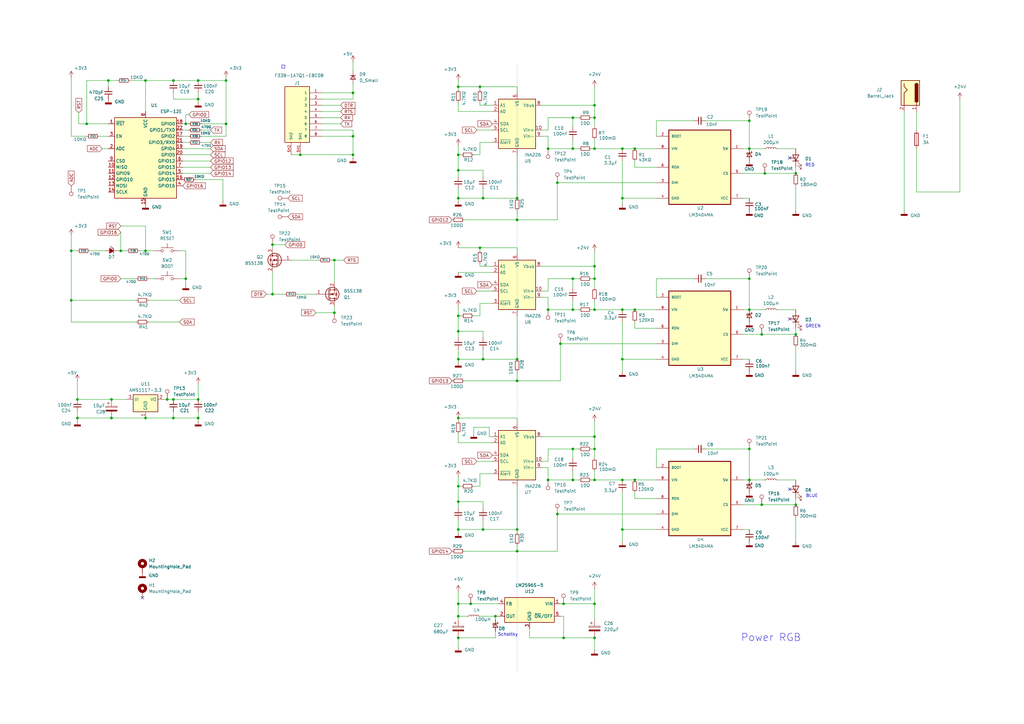
<source format=kicad_sch>
(kicad_sch
	(version 20231120)
	(generator "eeschema")
	(generator_version "8.0")
	(uuid "62e6bae2-61ef-4997-93d5-a519dd6fa77d")
	(paper "A3")
	
	(junction
		(at 212.09 156.21)
		(diameter 0)
		(color 0 0 0 0)
		(uuid "03aff192-689f-4113-8762-96746750605f")
	)
	(junction
		(at 234.95 114.3)
		(diameter 0)
		(color 0 0 0 0)
		(uuid "05c54f17-5b98-4a95-996b-0d9f91762b0e")
	)
	(junction
		(at 243.84 43.18)
		(diameter 0)
		(color 0 0 0 0)
		(uuid "09bd2c16-5c0c-46fe-82c5-a1ee8800422f")
	)
	(junction
		(at 111.76 120.65)
		(diameter 0)
		(color 0 0 0 0)
		(uuid "0b9f5bb3-48dd-4e1a-a333-ba7e3cd4c855")
	)
	(junction
		(at 234.95 48.26)
		(diameter 0)
		(color 0 0 0 0)
		(uuid "0e3b2758-9068-4322-9dd3-f74b57342fdf")
	)
	(junction
		(at 187.96 199.39)
		(diameter 0)
		(color 0 0 0 0)
		(uuid "0f6ab0a4-2e97-4f92-b9b2-3e9084f6a449")
	)
	(junction
		(at 243.84 179.07)
		(diameter 0)
		(color 0 0 0 0)
		(uuid "1029a344-2167-4826-913e-0c4c21ec8a14")
	)
	(junction
		(at 187.96 135.89)
		(diameter 0)
		(color 0 0 0 0)
		(uuid "1112a531-b097-4763-acef-e9aa7791bef5")
	)
	(junction
		(at 187.96 217.17)
		(diameter 0)
		(color 0 0 0 0)
		(uuid "14f6a7d9-378e-4995-942d-90d439854586")
	)
	(junction
		(at 312.42 207.01)
		(diameter 0)
		(color 0 0 0 0)
		(uuid "17a0d7e9-b05d-4095-8739-8c8562b3449b")
	)
	(junction
		(at 187.96 129.54)
		(diameter 0)
		(color 0 0 0 0)
		(uuid "1c28c083-058a-41b5-a570-199f09053fd0")
	)
	(junction
		(at 144.78 55.88)
		(diameter 0)
		(color 0 0 0 0)
		(uuid "1ce005da-a0bb-4559-8b66-2d6484de9aea")
	)
	(junction
		(at 35.56 50.8)
		(diameter 0)
		(color 0 0 0 0)
		(uuid "1eb9f7e4-73e4-4947-a407-460d8f1a0055")
	)
	(junction
		(at 193.04 247.65)
		(diameter 0)
		(color 0 0 0 0)
		(uuid "1f1df190-3143-4a46-84d3-43140a8ff69d")
	)
	(junction
		(at 234.95 184.15)
		(diameter 0)
		(color 0 0 0 0)
		(uuid "1f61ed69-86d8-4ec2-a7c4-c960da6ad7c1")
	)
	(junction
		(at 137.16 106.68)
		(diameter 0)
		(color 0 0 0 0)
		(uuid "204a5026-b421-46be-b88f-2dc85d724e54")
	)
	(junction
		(at 260.35 196.85)
		(diameter 0)
		(color 0 0 0 0)
		(uuid "206bdb0b-f85b-4a0c-81aa-3c44460ab3f9")
	)
	(junction
		(at 81.28 33.02)
		(diameter 0)
		(color 0 0 0 0)
		(uuid "2374a67d-d27b-485f-8925-442072a8a5ec")
	)
	(junction
		(at 187.96 205.74)
		(diameter 0)
		(color 0 0 0 0)
		(uuid "256b6be1-13f1-47a4-ac26-8ed6ffe80987")
	)
	(junction
		(at 229.87 140.97)
		(diameter 0)
		(color 0 0 0 0)
		(uuid "2a123455-93f7-42ff-b0a8-85706646b78d")
	)
	(junction
		(at 313.69 71.12)
		(diameter 0)
		(color 0 0 0 0)
		(uuid "2b6eeb16-2827-4406-9cf9-ab8338f071e5")
	)
	(junction
		(at 137.16 128.27)
		(diameter 0)
		(color 0 0 0 0)
		(uuid "2c7b31bf-9ef6-4581-a519-8a22374d5621")
	)
	(junction
		(at 212.09 147.32)
		(diameter 0)
		(color 0 0 0 0)
		(uuid "2f73bc6c-88e6-408f-8314-6f34cc61bf47")
	)
	(junction
		(at 212.09 226.06)
		(diameter 0)
		(color 0 0 0 0)
		(uuid "30cfe1ea-8f12-452b-9f51-1fe96219b3c7")
	)
	(junction
		(at 198.12 147.32)
		(diameter 0)
		(color 0 0 0 0)
		(uuid "3472772a-a8a8-45d8-a324-9df19d9fcb10")
	)
	(junction
		(at 326.39 71.12)
		(diameter 0)
		(color 0 0 0 0)
		(uuid "34895b9f-86bc-4ffc-b3e7-4ca109002aad")
	)
	(junction
		(at 59.69 33.02)
		(diameter 0)
		(color 0 0 0 0)
		(uuid "34a81f9b-65ab-4a40-8051-3c8f68be0854")
	)
	(junction
		(at 187.96 247.65)
		(diameter 0)
		(color 0 0 0 0)
		(uuid "398daa13-048e-4d61-8833-ff401822c27b")
	)
	(junction
		(at 123.19 63.5)
		(diameter 0)
		(color 0 0 0 0)
		(uuid "3c0b4fe3-6135-445a-a4e3-cd52c0385086")
	)
	(junction
		(at 326.39 137.16)
		(diameter 0)
		(color 0 0 0 0)
		(uuid "3c3d3af0-a0ff-4a4b-90bd-3293fbddd403")
	)
	(junction
		(at 224.79 196.85)
		(diameter 0)
		(color 0 0 0 0)
		(uuid "3f0257c1-aa20-4945-9c23-f57eb0e1216c")
	)
	(junction
		(at 68.58 163.83)
		(diameter 0)
		(color 0 0 0 0)
		(uuid "3f029646-8da9-4025-977c-97a438b436fc")
	)
	(junction
		(at 228.6 74.93)
		(diameter 0)
		(color 0 0 0 0)
		(uuid "40417fd8-c1c9-4725-9caf-d467086b078b")
	)
	(junction
		(at 243.84 109.22)
		(diameter 0)
		(color 0 0 0 0)
		(uuid "40fd3bcc-2b5b-4ce1-8bbc-5d6e1e365e88")
	)
	(junction
		(at 196.85 35.56)
		(diameter 0)
		(color 0 0 0 0)
		(uuid "43820059-08b7-4e4e-9a38-2704a99d0e94")
	)
	(junction
		(at 59.69 171.45)
		(diameter 0)
		(color 0 0 0 0)
		(uuid "447b868a-59ca-489b-bfba-b11867fc979c")
	)
	(junction
		(at 212.09 217.17)
		(diameter 0)
		(color 0 0 0 0)
		(uuid "4817b191-36dc-4d04-bae6-03f20270154c")
	)
	(junction
		(at 243.84 127)
		(diameter 0)
		(color 0 0 0 0)
		(uuid "48e13c48-ab70-4778-8bed-7a297a5f8d72")
	)
	(junction
		(at 198.12 81.28)
		(diameter 0)
		(color 0 0 0 0)
		(uuid "49b01159-b56c-46d6-89b3-ff042fac478c")
	)
	(junction
		(at 212.09 90.17)
		(diameter 0)
		(color 0 0 0 0)
		(uuid "50e34d4d-0839-4072-aad1-cd54d2de15c4")
	)
	(junction
		(at 260.35 127)
		(diameter 0)
		(color 0 0 0 0)
		(uuid "5525cd2d-8e26-4a31-a5bb-a946cfe09e24")
	)
	(junction
		(at 228.6 210.82)
		(diameter 0)
		(color 0 0 0 0)
		(uuid "57da5141-6c95-4f69-8a48-03e8a7ad006f")
	)
	(junction
		(at 326.39 207.01)
		(diameter 0)
		(color 0 0 0 0)
		(uuid "5d834205-9195-4d6b-a395-05035d0c2b9e")
	)
	(junction
		(at 243.84 114.3)
		(diameter 0)
		(color 0 0 0 0)
		(uuid "5feca64c-331b-4521-bd24-c92f5b7dfb77")
	)
	(junction
		(at 307.34 114.3)
		(diameter 0)
		(color 0 0 0 0)
		(uuid "63d95426-cecb-47dd-869a-88585fa90cf4")
	)
	(junction
		(at 243.84 60.96)
		(diameter 0)
		(color 0 0 0 0)
		(uuid "69cc1d82-eb55-4551-bfc5-ac9f2d97fd2b")
	)
	(junction
		(at 203.2 252.73)
		(diameter 0)
		(color 0 0 0 0)
		(uuid "6f4a2bbf-ffbb-48d3-8514-c3792b97285a")
	)
	(junction
		(at 224.79 127)
		(diameter 0)
		(color 0 0 0 0)
		(uuid "73a1913e-fb4f-4df6-8e4c-0c419778f6d9")
	)
	(junction
		(at 231.14 261.62)
		(diameter 0)
		(color 0 0 0 0)
		(uuid "74e0907f-fd4d-4d65-8f9d-17b280964822")
	)
	(junction
		(at 144.78 63.5)
		(diameter 0)
		(color 0 0 0 0)
		(uuid "774c11ee-3f5b-47b4-a8af-04146c8ce609")
	)
	(junction
		(at 71.12 163.83)
		(diameter 0)
		(color 0 0 0 0)
		(uuid "7a44b507-549f-4be4-ad05-09b53904dd67")
	)
	(junction
		(at 307.34 127)
		(diameter 0)
		(color 0 0 0 0)
		(uuid "7cee294e-2d3f-430b-b59b-b1a1a1f82dac")
	)
	(junction
		(at 243.84 184.15)
		(diameter 0)
		(color 0 0 0 0)
		(uuid "7e1184e7-b68c-430a-a3ba-909cc3a7e065")
	)
	(junction
		(at 187.96 252.73)
		(diameter 0)
		(color 0 0 0 0)
		(uuid "7f51ceeb-6f49-4952-8b2b-8e0ce4a62753")
	)
	(junction
		(at 81.28 163.83)
		(diameter 0)
		(color 0 0 0 0)
		(uuid "7fb9b36c-2a5b-4a2d-ac94-2a7c277427b1")
	)
	(junction
		(at 255.27 196.85)
		(diameter 0)
		(color 0 0 0 0)
		(uuid "7fefc9aa-b269-42a7-967e-6c25bd62dc59")
	)
	(junction
		(at 92.71 50.8)
		(diameter 0)
		(color 0 0 0 0)
		(uuid "88aef784-0825-46dc-b13f-3763a1386cbb")
	)
	(junction
		(at 234.95 60.96)
		(diameter 0)
		(color 0 0 0 0)
		(uuid "89cb3338-02f2-4988-b284-28aaaa4dcfa4")
	)
	(junction
		(at 307.34 49.53)
		(diameter 0)
		(color 0 0 0 0)
		(uuid "8b247dc0-4704-4aa7-8eed-56258495afea")
	)
	(junction
		(at 187.96 63.5)
		(diameter 0)
		(color 0 0 0 0)
		(uuid "8c2130f0-8cfe-4a4c-a588-bd4f7a2bcb0f")
	)
	(junction
		(at 71.12 33.02)
		(diameter 0)
		(color 0 0 0 0)
		(uuid "8ebbf138-d41e-4b95-a924-7f67e797e949")
	)
	(junction
		(at 45.72 163.83)
		(diameter 0)
		(color 0 0 0 0)
		(uuid "8f9121cb-2c16-4b56-8965-46fcea63ee9a")
	)
	(junction
		(at 307.34 196.85)
		(diameter 0)
		(color 0 0 0 0)
		(uuid "9080baa1-f582-46a1-b701-a3c1620993e8")
	)
	(junction
		(at 187.96 147.32)
		(diameter 0)
		(color 0 0 0 0)
		(uuid "924ed303-2542-4413-92a3-10fba5b8158f")
	)
	(junction
		(at 307.34 60.96)
		(diameter 0)
		(color 0 0 0 0)
		(uuid "98a46c1a-847a-4334-8b93-fc9a8c20b35c")
	)
	(junction
		(at 31.75 171.45)
		(diameter 0)
		(color 0 0 0 0)
		(uuid "9a9c5592-540d-4f26-a561-0e749d3becc2")
	)
	(junction
		(at 255.27 127)
		(diameter 0)
		(color 0 0 0 0)
		(uuid "9efcffee-867c-4077-9493-73b4cc4c3ee4")
	)
	(junction
		(at 29.21 123.19)
		(diameter 0)
		(color 0 0 0 0)
		(uuid "a45ab28d-5a4a-414f-9dc5-020c79d738fd")
	)
	(junction
		(at 243.84 261.62)
		(diameter 0)
		(color 0 0 0 0)
		(uuid "a4b39dde-7f17-4f5d-8c62-e0624f6a9027")
	)
	(junction
		(at 29.21 102.87)
		(diameter 0)
		(color 0 0 0 0)
		(uuid "a5534f29-d70d-4809-a37d-4c80f12c4532")
	)
	(junction
		(at 212.09 81.28)
		(diameter 0)
		(color 0 0 0 0)
		(uuid "a82530d9-108f-4600-a43f-c93088a8c808")
	)
	(junction
		(at 234.95 127)
		(diameter 0)
		(color 0 0 0 0)
		(uuid "a83e9b5c-4049-40cc-8b90-066452ff77fc")
	)
	(junction
		(at 312.42 137.16)
		(diameter 0)
		(color 0 0 0 0)
		(uuid "a914c2dc-49b8-40da-beed-d27fa4bfd1ee")
	)
	(junction
		(at 76.2 114.3)
		(diameter 0)
		(color 0 0 0 0)
		(uuid "b0122f0a-731b-465c-850c-84b7510ab9f2")
	)
	(junction
		(at 144.78 38.1)
		(diameter 0)
		(color 0 0 0 0)
		(uuid "b4bb3bf3-8e13-4257-892c-b4d4f037ab62")
	)
	(junction
		(at 187.96 69.85)
		(diameter 0)
		(color 0 0 0 0)
		(uuid "b615fe3b-2ea4-4139-9dbb-38c9176b7888")
	)
	(junction
		(at 76.2 50.8)
		(diameter 0)
		(color 0 0 0 0)
		(uuid "b78761c6-8da4-48a2-9f14-36d0eaf47a6d")
	)
	(junction
		(at 255.27 147.32)
		(diameter 0)
		(color 0 0 0 0)
		(uuid "bab7241f-bcd9-4a10-bf59-dee33bf8f5b0")
	)
	(junction
		(at 231.14 247.65)
		(diameter 0)
		(color 0 0 0 0)
		(uuid "bbd12533-0510-46d8-8d0c-34fc17237be5")
	)
	(junction
		(at 31.75 163.83)
		(diameter 0)
		(color 0 0 0 0)
		(uuid "bf587472-57e0-48c5-aee2-fd9537619c1f")
	)
	(junction
		(at 255.27 60.96)
		(diameter 0)
		(color 0 0 0 0)
		(uuid "c3308020-eb07-4509-a0cb-56d661978401")
	)
	(junction
		(at 45.72 171.45)
		(diameter 0)
		(color 0 0 0 0)
		(uuid "c5865823-dcc2-451a-8452-084d4df72b18")
	)
	(junction
		(at 111.76 100.33)
		(diameter 0)
		(color 0 0 0 0)
		(uuid "c685250a-5873-4c76-8b32-9b7df176b822")
	)
	(junction
		(at 187.96 81.28)
		(diameter 0)
		(color 0 0 0 0)
		(uuid "c8f7f2b2-2350-4b99-99d7-e8ce7088bd27")
	)
	(junction
		(at 307.34 184.15)
		(diameter 0)
		(color 0 0 0 0)
		(uuid "c9ee839d-e0ca-4e31-97c5-791e5b7062ec")
	)
	(junction
		(at 81.28 171.45)
		(diameter 0)
		(color 0 0 0 0)
		(uuid "cb67a895-982f-4c4a-9ff9-25054314c3bb")
	)
	(junction
		(at 71.12 171.45)
		(diameter 0)
		(color 0 0 0 0)
		(uuid "ccb6c95b-c424-4ba8-9ecf-6d2017ac52aa")
	)
	(junction
		(at 187.96 171.45)
		(diameter 0)
		(color 0 0 0 0)
		(uuid "d1a6e3fc-9e75-4426-b9c2-556adae2bcab")
	)
	(junction
		(at 255.27 81.28)
		(diameter 0)
		(color 0 0 0 0)
		(uuid "d7887c1f-15c7-4345-b018-c8f6168d4c85")
	)
	(junction
		(at 59.69 102.87)
		(diameter 0)
		(color 0 0 0 0)
		(uuid "d9787063-0e19-4e1d-a6b4-9239916140ea")
	)
	(junction
		(at 187.96 35.56)
		(diameter 0)
		(color 0 0 0 0)
		(uuid "dad02f86-1455-4106-99be-0c69f11b041f")
	)
	(junction
		(at 243.84 196.85)
		(diameter 0)
		(color 0 0 0 0)
		(uuid "e019ff3d-3a04-4ce8-8576-8df52bc3758b")
	)
	(junction
		(at 49.53 102.87)
		(diameter 0)
		(color 0 0 0 0)
		(uuid "e01f7076-6d3a-485e-9b14-3b719b79a666")
	)
	(junction
		(at 224.79 60.96)
		(diameter 0)
		(color 0 0 0 0)
		(uuid "e164667c-5963-4f13-adbd-da329034c427")
	)
	(junction
		(at 81.28 40.64)
		(diameter 0)
		(color 0 0 0 0)
		(uuid "e1e811a0-449e-475f-a5c6-24323f209e41")
	)
	(junction
		(at 255.27 217.17)
		(diameter 0)
		(color 0 0 0 0)
		(uuid "e3bbac7e-4353-4135-a399-29f874249ff2")
	)
	(junction
		(at 260.35 60.96)
		(diameter 0)
		(color 0 0 0 0)
		(uuid "e72e862b-aaee-4a54-83a4-bd44896eb070")
	)
	(junction
		(at 198.12 217.17)
		(diameter 0)
		(color 0 0 0 0)
		(uuid "e772b542-58d2-4d59-832c-7e9c035701bf")
	)
	(junction
		(at 187.96 261.62)
		(diameter 0)
		(color 0 0 0 0)
		(uuid "ec42dd26-cae9-40dc-8f01-ed664086c47e")
	)
	(junction
		(at 92.71 33.02)
		(diameter 0)
		(color 0 0 0 0)
		(uuid "ee7dbf97-fd88-4b01-9382-80eadd8542c8")
	)
	(junction
		(at 243.84 247.65)
		(diameter 0)
		(color 0 0 0 0)
		(uuid "eec575d9-0f6d-412f-8075-8a56b6b2389f")
	)
	(junction
		(at 196.85 101.6)
		(diameter 0)
		(color 0 0 0 0)
		(uuid "eef1889d-a3f3-455d-8207-debefdd8d290")
	)
	(junction
		(at 243.84 48.26)
		(diameter 0)
		(color 0 0 0 0)
		(uuid "ef048ad9-971f-4bb7-a40f-174950a8bb3e")
	)
	(junction
		(at 234.95 196.85)
		(diameter 0)
		(color 0 0 0 0)
		(uuid "f599ce35-ec6d-440b-9cbd-3de778019005")
	)
	(junction
		(at 44.45 33.02)
		(diameter 0)
		(color 0 0 0 0)
		(uuid "f88615af-abad-45b0-9d6c-0a31b448e447")
	)
	(no_connect
		(at 323.85 130.81)
		(uuid "05505832-1e7e-4bfd-aa1d-b35952a68f5f")
	)
	(no_connect
		(at 323.85 64.77)
		(uuid "31b12cf0-c892-48ca-92ee-fc4eebdbe81e")
	)
	(no_connect
		(at 323.85 200.66)
		(uuid "8d027ca2-34f6-4070-8b3a-25f4dd27a75e")
	)
	(no_connect
		(at 58.42 245.11)
		(uuid "c43ee922-3cfe-455b-8e3b-2e45f366de12")
	)
	(wire
		(pts
			(xy 304.8 81.28) (xy 307.34 81.28)
		)
		(stroke
			(width 0)
			(type default)
		)
		(uuid "001f2bd1-1c81-4fa5-9337-c432434102e4")
	)
	(wire
		(pts
			(xy 187.96 36.83) (xy 187.96 35.56)
		)
		(stroke
			(width 0)
			(type default)
		)
		(uuid "0168dc4a-493f-4839-8167-1879841079e2")
	)
	(wire
		(pts
			(xy 269.24 121.92) (xy 269.24 114.3)
		)
		(stroke
			(width 0)
			(type default)
		)
		(uuid "025bf84c-3815-44bf-9722-ebdd866c7619")
	)
	(wire
		(pts
			(xy 81.28 172.72) (xy 81.28 171.45)
		)
		(stroke
			(width 0)
			(type default)
		)
		(uuid "02602a91-2173-4171-a782-59c5ea2471f8")
	)
	(wire
		(pts
			(xy 260.35 204.47) (xy 260.35 201.93)
		)
		(stroke
			(width 0)
			(type default)
		)
		(uuid "02c9987e-5702-4c22-a234-bf114560ed2a")
	)
	(wire
		(pts
			(xy 243.84 52.07) (xy 243.84 48.26)
		)
		(stroke
			(width 0)
			(type default)
		)
		(uuid "02f5a991-62a3-4d2e-839e-32300ad970ad")
	)
	(wire
		(pts
			(xy 243.84 172.72) (xy 243.84 179.07)
		)
		(stroke
			(width 0)
			(type default)
		)
		(uuid "0482d9c0-4179-42d7-a8eb-c4507445da1d")
	)
	(wire
		(pts
			(xy 212.09 90.17) (xy 228.6 90.17)
		)
		(stroke
			(width 0)
			(type default)
		)
		(uuid "04b75243-d132-4c0b-9cd0-3b0f7d17b675")
	)
	(wire
		(pts
			(xy 187.96 199.39) (xy 189.23 199.39)
		)
		(stroke
			(width 0)
			(type default)
		)
		(uuid "05773146-3dd7-44d3-a6c1-d552b2fc8c48")
	)
	(wire
		(pts
			(xy 187.96 217.17) (xy 198.12 217.17)
		)
		(stroke
			(width 0)
			(type default)
		)
		(uuid "0582fa42-953c-4ade-ac97-4454228ab4cf")
	)
	(wire
		(pts
			(xy 203.2 261.62) (xy 187.96 261.62)
		)
		(stroke
			(width 0)
			(type default)
		)
		(uuid "06464a66-612e-4aaf-837e-22afd2e488b0")
	)
	(wire
		(pts
			(xy 55.88 123.19) (xy 29.21 123.19)
		)
		(stroke
			(width 0)
			(type default)
		)
		(uuid "06b86c95-3f1f-4d82-9fe4-33afbdfc77c6")
	)
	(wire
		(pts
			(xy 76.2 114.3) (xy 76.2 102.87)
		)
		(stroke
			(width 0)
			(type default)
		)
		(uuid "09c857f8-69b9-4967-bea7-8bced0d21311")
	)
	(wire
		(pts
			(xy 255.27 60.96) (xy 260.35 60.96)
		)
		(stroke
			(width 0)
			(type default)
		)
		(uuid "0a6553d0-2c6c-48bb-b635-00e5d96188e5")
	)
	(wire
		(pts
			(xy 195.58 53.34) (xy 201.93 53.34)
		)
		(stroke
			(width 0)
			(type default)
		)
		(uuid "0bb0fc8d-f7ad-4e83-adc6-53ee943541b7")
	)
	(wire
		(pts
			(xy 196.85 63.5) (xy 196.85 58.42)
		)
		(stroke
			(width 0)
			(type default)
		)
		(uuid "0c207653-7a4a-4e00-9c5c-3777bc4b59f4")
	)
	(wire
		(pts
			(xy 269.24 191.77) (xy 269.24 184.15)
		)
		(stroke
			(width 0)
			(type default)
		)
		(uuid "0ccff248-b585-4f64-9779-3f33689f70c1")
	)
	(wire
		(pts
			(xy 375.92 78.74) (xy 393.7 78.74)
		)
		(stroke
			(width 0)
			(type default)
		)
		(uuid "0e9cb371-3f7e-4c6c-b8c7-f2afde8ed24d")
	)
	(wire
		(pts
			(xy 201.93 43.18) (xy 196.85 43.18)
		)
		(stroke
			(width 0)
			(type default)
		)
		(uuid "0f8fbad8-215a-41ce-a99d-0d9c9720950b")
	)
	(wire
		(pts
			(xy 243.84 48.26) (xy 242.57 48.26)
		)
		(stroke
			(width 0)
			(type default)
		)
		(uuid "1035a1ac-deee-4b22-a05c-486cd3cdc536")
	)
	(wire
		(pts
			(xy 326.39 86.36) (xy 326.39 76.2)
		)
		(stroke
			(width 0)
			(type default)
		)
		(uuid "1109ec41-cb37-42a8-969a-0dacddac60a1")
	)
	(wire
		(pts
			(xy 203.2 252.73) (xy 203.2 254)
		)
		(stroke
			(width 0)
			(type default)
		)
		(uuid "11683de0-b4a9-4123-8d7f-b4bc6e7b9fcd")
	)
	(wire
		(pts
			(xy 196.85 194.31) (xy 201.93 194.31)
		)
		(stroke
			(width 0)
			(type default)
		)
		(uuid "118423f9-09c6-40ad-a159-55aeaff9b49a")
	)
	(wire
		(pts
			(xy 144.78 55.88) (xy 144.78 63.5)
		)
		(stroke
			(width 0)
			(type default)
		)
		(uuid "1202a4cd-7ca7-4c90-9fc4-8b5526ae65ea")
	)
	(wire
		(pts
			(xy 243.84 60.96) (xy 243.84 57.15)
		)
		(stroke
			(width 0)
			(type default)
		)
		(uuid "120ccca1-c1bb-4baf-b6c0-b8449ed75e5e")
	)
	(wire
		(pts
			(xy 187.96 195.58) (xy 187.96 199.39)
		)
		(stroke
			(width 0)
			(type default)
		)
		(uuid "121d9b0c-22ea-4410-9d52-63b79f37699c")
	)
	(wire
		(pts
			(xy 36.83 102.87) (xy 43.18 102.87)
		)
		(stroke
			(width 0)
			(type default)
		)
		(uuid "1400cf32-80d2-4075-9f62-1aada2aacfc3")
	)
	(wire
		(pts
			(xy 76.2 46.99) (xy 76.2 50.8)
		)
		(stroke
			(width 0)
			(type default)
		)
		(uuid "143691dd-c561-4694-9789-38dd43db5f31")
	)
	(wire
		(pts
			(xy 92.71 55.88) (xy 82.55 55.88)
		)
		(stroke
			(width 0)
			(type default)
		)
		(uuid "14545f47-11fe-4625-933d-ef93bc80bd89")
	)
	(wire
		(pts
			(xy 234.95 48.26) (xy 237.49 48.26)
		)
		(stroke
			(width 0)
			(type default)
		)
		(uuid "159becfe-5bbe-46e3-aa01-21acd090808f")
	)
	(wire
		(pts
			(xy 187.96 129.54) (xy 187.96 135.89)
		)
		(stroke
			(width 0)
			(type default)
		)
		(uuid "17297cdc-94cd-4b08-ae2f-403209b4656a")
	)
	(wire
		(pts
			(xy 307.34 114.3) (xy 307.34 127)
		)
		(stroke
			(width 0)
			(type default)
		)
		(uuid "17ac8196-ae2f-4818-bcde-02a23744f9f9")
	)
	(wire
		(pts
			(xy 370.84 86.36) (xy 370.84 45.72)
		)
		(stroke
			(width 0)
			(type default)
		)
		(uuid "1815e6d2-171b-4737-a2e6-febdca989ceb")
	)
	(wire
		(pts
			(xy 41.91 60.96) (xy 44.45 60.96)
		)
		(stroke
			(width 0)
			(type default)
		)
		(uuid "19a703f7-8fbe-4bd2-90e1-450d1a650d23")
	)
	(wire
		(pts
			(xy 195.58 189.23) (xy 201.93 189.23)
		)
		(stroke
			(width 0)
			(type default)
		)
		(uuid "1b2e5139-92ce-46ca-8689-b4fe80a81cdc")
	)
	(wire
		(pts
			(xy 187.96 63.5) (xy 187.96 69.85)
		)
		(stroke
			(width 0)
			(type default)
		)
		(uuid "1bebbe9e-47aa-4acb-8d65-0035058e815d")
	)
	(wire
		(pts
			(xy 73.66 114.3) (xy 76.2 114.3)
		)
		(stroke
			(width 0)
			(type default)
		)
		(uuid "1c6e1d91-3ad1-4d8f-b06a-2857d3329a8f")
	)
	(wire
		(pts
			(xy 224.79 60.96) (xy 234.95 60.96)
		)
		(stroke
			(width 0)
			(type default)
		)
		(uuid "1c851067-d302-471c-b96f-22dd631640e4")
	)
	(wire
		(pts
			(xy 121.92 120.65) (xy 129.54 120.65)
		)
		(stroke
			(width 0)
			(type default)
		)
		(uuid "1cd3f6b9-399c-49ef-93fb-23a951ae27a1")
	)
	(wire
		(pts
			(xy 40.64 55.88) (xy 44.45 55.88)
		)
		(stroke
			(width 0)
			(type default)
		)
		(uuid "1f2b68ad-9921-421f-83d6-60452b96c331")
	)
	(wire
		(pts
			(xy 74.93 68.58) (xy 86.36 68.58)
		)
		(stroke
			(width 0)
			(type default)
		)
		(uuid "1fb2196a-78a5-4b0c-82ad-2cb151090334")
	)
	(wire
		(pts
			(xy 243.84 102.87) (xy 243.84 109.22)
		)
		(stroke
			(width 0)
			(type default)
		)
		(uuid "20587ab9-48e3-4727-bf28-831bab9887a1")
	)
	(wire
		(pts
			(xy 222.25 109.22) (xy 243.84 109.22)
		)
		(stroke
			(width 0)
			(type default)
		)
		(uuid "20a42047-347b-4b2f-a9dd-bd31b921d56e")
	)
	(wire
		(pts
			(xy 243.84 187.96) (xy 243.84 184.15)
		)
		(stroke
			(width 0)
			(type default)
		)
		(uuid "20f19857-5ffa-4ceb-9298-9e1332bb545c")
	)
	(wire
		(pts
			(xy 234.95 114.3) (xy 237.49 114.3)
		)
		(stroke
			(width 0)
			(type default)
		)
		(uuid "213bd879-2649-4d43-aac0-d4b4b8137784")
	)
	(wire
		(pts
			(xy 196.85 102.87) (xy 196.85 101.6)
		)
		(stroke
			(width 0)
			(type default)
		)
		(uuid "22038d1f-ad30-4374-9241-3768bd5b3eec")
	)
	(wire
		(pts
			(xy 318.77 196.85) (xy 326.39 196.85)
		)
		(stroke
			(width 0)
			(type default)
		)
		(uuid "232e19e6-9101-4219-89cb-97817de9a4c4")
	)
	(wire
		(pts
			(xy 82.55 50.8) (xy 92.71 50.8)
		)
		(stroke
			(width 0)
			(type default)
		)
		(uuid "23a43e65-6d0a-40f5-9184-4816e083d906")
	)
	(wire
		(pts
			(xy 243.84 118.11) (xy 243.84 114.3)
		)
		(stroke
			(width 0)
			(type default)
		)
		(uuid "23ed1213-e882-45c8-a3a4-36357d51e7a2")
	)
	(polyline
		(pts
			(xy 115.57 27.94) (xy 115.57 26.67)
		)
		(stroke
			(width 0)
			(type default)
		)
		(uuid "24e7ad7d-d197-49ff-8470-d69060819e7a")
	)
	(wire
		(pts
			(xy 234.95 187.96) (xy 234.95 184.15)
		)
		(stroke
			(width 0)
			(type default)
		)
		(uuid "27a2f0a6-f1c5-4733-853c-c246d5ff92cb")
	)
	(wire
		(pts
			(xy 144.78 55.88) (xy 132.08 55.88)
		)
		(stroke
			(width 0)
			(type default)
		)
		(uuid "282e0321-3817-4254-8f88-aef3f7fb03c1")
	)
	(wire
		(pts
			(xy 198.12 72.39) (xy 198.12 69.85)
		)
		(stroke
			(width 0)
			(type default)
		)
		(uuid "284928a0-c5aa-4c73-8544-07046b5368b5")
	)
	(wire
		(pts
			(xy 82.55 53.34) (xy 86.36 53.34)
		)
		(stroke
			(width 0)
			(type default)
		)
		(uuid "2940ac63-21a3-424d-9063-0bfb78f36d76")
	)
	(polyline
		(pts
			(xy 212.09 26.67) (xy 212.09 275.59)
		)
		(stroke
			(width 0)
			(type dot)
		)
		(uuid "29464146-ae92-4ba9-a57e-2075cad62922")
	)
	(wire
		(pts
			(xy 212.09 86.36) (xy 212.09 90.17)
		)
		(stroke
			(width 0)
			(type default)
		)
		(uuid "294e9c67-15b0-4895-9cfb-66e5f6b45324")
	)
	(wire
		(pts
			(xy 49.53 95.25) (xy 49.53 102.87)
		)
		(stroke
			(width 0)
			(type default)
		)
		(uuid "2993a318-fd6b-47e5-8575-981148ddcaa7")
	)
	(wire
		(pts
			(xy 304.8 137.16) (xy 312.42 137.16)
		)
		(stroke
			(width 0)
			(type default)
		)
		(uuid "2af282ef-0ae5-458c-82d6-ea4dad1bd1ca")
	)
	(wire
		(pts
			(xy 111.76 111.76) (xy 111.76 120.65)
		)
		(stroke
			(width 0)
			(type default)
		)
		(uuid "2b3124cd-4431-4586-93af-aa725fd62a4a")
	)
	(polyline
		(pts
			(xy 115.57 26.67) (xy 116.84 26.67)
		)
		(stroke
			(width 0)
			(type default)
		)
		(uuid "2b508613-f66a-4764-9771-a80ab850b7ad")
	)
	(wire
		(pts
			(xy 196.85 199.39) (xy 196.85 194.31)
		)
		(stroke
			(width 0)
			(type default)
		)
		(uuid "2be644af-2c7a-46ba-8d3b-672184aea4e1")
	)
	(wire
		(pts
			(xy 67.31 163.83) (xy 68.58 163.83)
		)
		(stroke
			(width 0)
			(type default)
		)
		(uuid "2c98fdf6-a4d1-43dc-bde0-fc0ea7121c6b")
	)
	(wire
		(pts
			(xy 198.12 205.74) (xy 187.96 205.74)
		)
		(stroke
			(width 0)
			(type default)
		)
		(uuid "2cd29b07-98b7-475b-9471-6ceb70f3c697")
	)
	(wire
		(pts
			(xy 393.7 40.64) (xy 393.7 78.74)
		)
		(stroke
			(width 0)
			(type default)
		)
		(uuid "2d167e76-6c06-4a85-8c1d-8a168b184da3")
	)
	(wire
		(pts
			(xy 222.25 119.38) (xy 224.79 119.38)
		)
		(stroke
			(width 0)
			(type default)
		)
		(uuid "30064d22-6cd1-4fb1-a7fd-183fe0d6fa2f")
	)
	(wire
		(pts
			(xy 243.84 196.85) (xy 255.27 196.85)
		)
		(stroke
			(width 0)
			(type default)
		)
		(uuid "30eba6a1-0aff-4e1c-95ae-472d2097271a")
	)
	(wire
		(pts
			(xy 198.12 143.51) (xy 198.12 147.32)
		)
		(stroke
			(width 0)
			(type default)
		)
		(uuid "3139a4be-3bde-4d47-9bc6-7118b03d9692")
	)
	(wire
		(pts
			(xy 81.28 38.1) (xy 81.28 40.64)
		)
		(stroke
			(width 0)
			(type default)
		)
		(uuid "31b769cd-cbcd-4606-8edb-33e84e586307")
	)
	(wire
		(pts
			(xy 243.84 114.3) (xy 242.57 114.3)
		)
		(stroke
			(width 0)
			(type default)
		)
		(uuid "3355c801-0cfc-44b6-bd99-78eecccd4fe2")
	)
	(wire
		(pts
			(xy 194.31 199.39) (xy 196.85 199.39)
		)
		(stroke
			(width 0)
			(type default)
		)
		(uuid "34859bbd-7557-48bb-b2a5-29d914a9eac9")
	)
	(wire
		(pts
			(xy 204.47 247.65) (xy 193.04 247.65)
		)
		(stroke
			(width 0)
			(type default)
		)
		(uuid "3488084b-d62a-4439-8748-fefb84364720")
	)
	(wire
		(pts
			(xy 224.79 121.92) (xy 224.79 127)
		)
		(stroke
			(width 0)
			(type default)
		)
		(uuid "355b4d6e-f018-42aa-88fe-fa1f5a959c09")
	)
	(wire
		(pts
			(xy 255.27 217.17) (xy 269.24 217.17)
		)
		(stroke
			(width 0)
			(type default)
		)
		(uuid "3661b9c6-4a49-4890-b191-fee1b09ce333")
	)
	(wire
		(pts
			(xy 255.27 201.93) (xy 255.27 217.17)
		)
		(stroke
			(width 0)
			(type default)
		)
		(uuid "36fd8ba5-f915-4d13-aabf-7d3e4ff8f33f")
	)
	(wire
		(pts
			(xy 212.09 217.17) (xy 212.09 218.44)
		)
		(stroke
			(width 0)
			(type default)
		)
		(uuid "380f044f-909c-4417-8bca-0361f3e6fe4e")
	)
	(wire
		(pts
			(xy 187.96 171.45) (xy 212.09 171.45)
		)
		(stroke
			(width 0)
			(type default)
		)
		(uuid "3839d48f-be39-450f-b7bd-347887fdd56d")
	)
	(wire
		(pts
			(xy 59.69 171.45) (xy 71.12 171.45)
		)
		(stroke
			(width 0)
			(type default)
		)
		(uuid "386046aa-24fd-4132-9186-f723190cd774")
	)
	(wire
		(pts
			(xy 81.28 40.64) (xy 71.12 40.64)
		)
		(stroke
			(width 0)
			(type default)
		)
		(uuid "39a9f3b9-9fb1-400d-9213-585dc0bb70b8")
	)
	(wire
		(pts
			(xy 212.09 63.5) (xy 212.09 81.28)
		)
		(stroke
			(width 0)
			(type default)
		)
		(uuid "3b83cfae-3ab9-4abe-acbc-4b4319badd1b")
	)
	(wire
		(pts
			(xy 260.35 127) (xy 269.24 127)
		)
		(stroke
			(width 0)
			(type default)
		)
		(uuid "3cb7497b-b4ce-4fb9-9a84-3c3380669415")
	)
	(wire
		(pts
			(xy 224.79 48.26) (xy 234.95 48.26)
		)
		(stroke
			(width 0)
			(type default)
		)
		(uuid "3d195803-7c8f-4414-b11d-05a589ac7528")
	)
	(wire
		(pts
			(xy 255.27 83.82) (xy 255.27 81.28)
		)
		(stroke
			(width 0)
			(type default)
		)
		(uuid "3e51506e-71a6-4090-a46a-a222ac9ec407")
	)
	(wire
		(pts
			(xy 234.95 52.07) (xy 234.95 48.26)
		)
		(stroke
			(width 0)
			(type default)
		)
		(uuid "400c7dcf-5a68-4be7-a474-2f4b88bcb192")
	)
	(wire
		(pts
			(xy 81.28 171.45) (xy 71.12 171.45)
		)
		(stroke
			(width 0)
			(type default)
		)
		(uuid "411dafc0-86a2-437d-8c6b-cac1a1ffc366")
	)
	(wire
		(pts
			(xy 81.28 163.83) (xy 81.28 157.48)
		)
		(stroke
			(width 0)
			(type default)
		)
		(uuid "411ef89e-87dd-4fa5-9582-cd7a5b951988")
	)
	(wire
		(pts
			(xy 44.45 35.56) (xy 44.45 33.02)
		)
		(stroke
			(width 0)
			(type default)
		)
		(uuid "4184501d-9475-4c85-9ae9-c948da8cccea")
	)
	(wire
		(pts
			(xy 92.71 50.8) (xy 92.71 55.88)
		)
		(stroke
			(width 0)
			(type default)
		)
		(uuid "41d950ce-447a-4a97-9255-b76f3258cc6a")
	)
	(wire
		(pts
			(xy 243.84 254) (xy 243.84 247.65)
		)
		(stroke
			(width 0)
			(type default)
		)
		(uuid "427ec05b-0727-4d09-89a0-baffdc746717")
	)
	(wire
		(pts
			(xy 187.96 63.5) (xy 189.23 63.5)
		)
		(stroke
			(width 0)
			(type default)
		)
		(uuid "42b70cab-d3b7-42f2-86b7-fbf15d679c81")
	)
	(wire
		(pts
			(xy 187.96 242.57) (xy 187.96 247.65)
		)
		(stroke
			(width 0)
			(type default)
		)
		(uuid "4303314f-6854-465a-b619-9e2228312467")
	)
	(wire
		(pts
			(xy 187.96 181.61) (xy 187.96 177.8)
		)
		(stroke
			(width 0)
			(type default)
		)
		(uuid "4372759c-767f-4e04-a419-38e266cac54e")
	)
	(wire
		(pts
			(xy 31.75 171.45) (xy 45.72 171.45)
		)
		(stroke
			(width 0)
			(type default)
		)
		(uuid "4452ac8e-1c5d-4872-abdb-da11644aef93")
	)
	(wire
		(pts
			(xy 231.14 261.62) (xy 243.84 261.62)
		)
		(stroke
			(width 0)
			(type default)
		)
		(uuid "447d94e9-f7c8-4169-a127-576cbe90d931")
	)
	(wire
		(pts
			(xy 187.96 199.39) (xy 187.96 205.74)
		)
		(stroke
			(width 0)
			(type default)
		)
		(uuid "44a564f3-b7e0-4214-8f1a-69ee7f527e75")
	)
	(wire
		(pts
			(xy 187.96 217.17) (xy 187.96 213.36)
		)
		(stroke
			(width 0)
			(type default)
		)
		(uuid "4514055e-e964-41a9-abf1-d8158ccff1b6")
	)
	(wire
		(pts
			(xy 234.95 123.19) (xy 234.95 127)
		)
		(stroke
			(width 0)
			(type default)
		)
		(uuid "45962498-7888-4209-b491-90cf36c57cd3")
	)
	(wire
		(pts
			(xy 242.57 60.96) (xy 243.84 60.96)
		)
		(stroke
			(width 0)
			(type default)
		)
		(uuid "45a67d86-9fcd-4b58-8e3d-3012a7fac208")
	)
	(wire
		(pts
			(xy 35.56 33.02) (xy 44.45 33.02)
		)
		(stroke
			(width 0)
			(type default)
		)
		(uuid "46cb4cb8-8c51-4de5-8f2c-f3da77c6b757")
	)
	(wire
		(pts
			(xy 194.31 177.8) (xy 194.31 175.26)
		)
		(stroke
			(width 0)
			(type default)
		)
		(uuid "46d051b4-6475-47de-8290-4a9ef5ae67f5")
	)
	(wire
		(pts
			(xy 53.34 33.02) (xy 59.69 33.02)
		)
		(stroke
			(width 0)
			(type default)
		)
		(uuid "473bbc0d-c10f-4149-87a8-8269f11ac72d")
	)
	(wire
		(pts
			(xy 73.66 102.87) (xy 76.2 102.87)
		)
		(stroke
			(width 0)
			(type default)
		)
		(uuid "47541df3-1078-4065-b7ac-32e54f273f5a")
	)
	(wire
		(pts
			(xy 255.27 127) (xy 243.84 127)
		)
		(stroke
			(width 0)
			(type default)
		)
		(uuid "47d1b6f6-8ef0-4083-a4d4-86c5df9e2703")
	)
	(wire
		(pts
			(xy 198.12 135.89) (xy 187.96 135.89)
		)
		(stroke
			(width 0)
			(type default)
		)
		(uuid "481385ea-0aa4-4cb5-b834-0bbf9947ac6a")
	)
	(wire
		(pts
			(xy 81.28 163.83) (xy 71.12 163.83)
		)
		(stroke
			(width 0)
			(type default)
		)
		(uuid "481f9807-ffac-4d20-a39b-97d246d03424")
	)
	(wire
		(pts
			(xy 269.24 134.62) (xy 260.35 134.62)
		)
		(stroke
			(width 0)
			(type default)
		)
		(uuid "48661f77-fde8-46e6-8c4b-524de1408bb6")
	)
	(wire
		(pts
			(xy 59.69 102.87) (xy 63.5 102.87)
		)
		(stroke
			(width 0)
			(type default)
		)
		(uuid "487133db-0f35-4f59-ad52-4b967ea5a167")
	)
	(wire
		(pts
			(xy 269.24 49.53) (xy 284.48 49.53)
		)
		(stroke
			(width 0)
			(type default)
		)
		(uuid "493e1268-8594-4573-8561-c7d0d0709428")
	)
	(wire
		(pts
			(xy 212.09 199.39) (xy 212.09 217.17)
		)
		(stroke
			(width 0)
			(type default)
		)
		(uuid "49ac816e-8790-4a21-be15-7cd0ef3ef3ad")
	)
	(wire
		(pts
			(xy 222.25 55.88) (xy 224.79 55.88)
		)
		(stroke
			(width 0)
			(type default)
		)
		(uuid "4a0f0fed-1aea-4620-aaf7-0f4878a84377")
	)
	(wire
		(pts
			(xy 212.09 171.45) (xy 212.09 173.99)
		)
		(stroke
			(width 0)
			(type default)
		)
		(uuid "4aecebb8-21ba-4f31-8a45-96eb0b2a622a")
	)
	(wire
		(pts
			(xy 92.71 31.75) (xy 92.71 33.02)
		)
		(stroke
			(width 0)
			(type default)
		)
		(uuid "4bd244d3-cc54-4630-be0b-e77bb113d0ac")
	)
	(wire
		(pts
			(xy 187.96 148.59) (xy 187.96 147.32)
		)
		(stroke
			(width 0)
			(type default)
		)
		(uuid "4ca76bbd-ffc6-46b2-aaad-ed0afc091a7d")
	)
	(wire
		(pts
			(xy 198.12 138.43) (xy 198.12 135.89)
		)
		(stroke
			(width 0)
			(type default)
		)
		(uuid "4da63d27-5ba4-4cb3-95dc-c58d6e5f47bc")
	)
	(wire
		(pts
			(xy 212.09 35.56) (xy 212.09 38.1)
		)
		(stroke
			(width 0)
			(type default)
		)
		(uuid "4ddae7c5-cba3-487d-8fae-ce03c8189598")
	)
	(wire
		(pts
			(xy 326.39 207.01) (xy 326.39 204.47)
		)
		(stroke
			(width 0)
			(type default)
		)
		(uuid "4e5bc935-56f8-41cc-a33f-07a8d83f2454")
	)
	(wire
		(pts
			(xy 212.09 223.52) (xy 212.09 226.06)
		)
		(stroke
			(width 0)
			(type default)
		)
		(uuid "4e905040-8a6e-4b88-b366-1c7842638e5f")
	)
	(wire
		(pts
			(xy 260.35 60.96) (xy 269.24 60.96)
		)
		(stroke
			(width 0)
			(type default)
		)
		(uuid "4eab5cc6-92cc-432b-a0f9-f64a6d08249e")
	)
	(wire
		(pts
			(xy 31.75 172.72) (xy 31.75 171.45)
		)
		(stroke
			(width 0)
			(type default)
		)
		(uuid "4f99752b-16d6-48f2-8ae7-5a596aa87186")
	)
	(wire
		(pts
			(xy 137.16 106.68) (xy 137.16 115.57)
		)
		(stroke
			(width 0)
			(type default)
		)
		(uuid "4fad5034-f3e5-4abf-bdcf-396613fd21e6")
	)
	(wire
		(pts
			(xy 307.34 49.53) (xy 307.34 60.96)
		)
		(stroke
			(width 0)
			(type default)
		)
		(uuid "509eedfb-75f3-4ccd-bbdf-d9a9e1cbd930")
	)
	(wire
		(pts
			(xy 222.25 121.92) (xy 224.79 121.92)
		)
		(stroke
			(width 0)
			(type default)
		)
		(uuid "51ddd63b-1955-441f-b12f-d3b94c2287e2")
	)
	(wire
		(pts
			(xy 228.6 74.93) (xy 269.24 74.93)
		)
		(stroke
			(width 0)
			(type default)
		)
		(uuid "545dfabd-d0d5-4d47-a09c-cdf26a86866e")
	)
	(wire
		(pts
			(xy 132.08 38.1) (xy 144.78 38.1)
		)
		(stroke
			(width 0)
			(type default)
		)
		(uuid "54ab05b0-10ea-4c89-b04d-f48c07af2123")
	)
	(wire
		(pts
			(xy 132.08 45.72) (xy 139.7 45.72)
		)
		(stroke
			(width 0)
			(type default)
		)
		(uuid "561e956f-f869-44b0-8eba-03794a32d5ad")
	)
	(wire
		(pts
			(xy 269.24 55.88) (xy 269.24 49.53)
		)
		(stroke
			(width 0)
			(type default)
		)
		(uuid "58e706e1-39e1-4a1c-9685-fd3219f040e7")
	)
	(wire
		(pts
			(xy 57.15 102.87) (xy 59.69 102.87)
		)
		(stroke
			(width 0)
			(type default)
		)
		(uuid "59247d1e-6da0-4637-9321-83c9ac429fac")
	)
	(wire
		(pts
			(xy 307.34 127) (xy 313.69 127)
		)
		(stroke
			(width 0)
			(type default)
		)
		(uuid "592a848e-73b7-4c09-8a00-163c053c9847")
	)
	(wire
		(pts
			(xy 187.96 135.89) (xy 187.96 138.43)
		)
		(stroke
			(width 0)
			(type default)
		)
		(uuid "5a89b3d6-f415-4777-897b-635bc7e70ca3")
	)
	(wire
		(pts
			(xy 194.31 63.5) (xy 196.85 63.5)
		)
		(stroke
			(width 0)
			(type default)
		)
		(uuid "5aa8d170-60fd-464c-9ebe-e78475b566ee")
	)
	(wire
		(pts
			(xy 71.12 33.02) (xy 81.28 33.02)
		)
		(stroke
			(width 0)
			(type default)
		)
		(uuid "5bb6997d-4185-4afc-8e05-43a76f8eb599")
	)
	(wire
		(pts
			(xy 195.58 119.38) (xy 201.93 119.38)
		)
		(stroke
			(width 0)
			(type default)
		)
		(uuid "5c0f5b16-3aed-49a5-b5b2-a45fb70241d3")
	)
	(wire
		(pts
			(xy 71.12 40.64) (xy 71.12 38.1)
		)
		(stroke
			(width 0)
			(type default)
		)
		(uuid "5c332b64-9f9a-460a-b171-d8d8b7fd2089")
	)
	(wire
		(pts
			(xy 129.54 128.27) (xy 137.16 128.27)
		)
		(stroke
			(width 0)
			(type default)
		)
		(uuid "5c662a01-1faf-4877-8bde-add529c3e5d4")
	)
	(wire
		(pts
			(xy 222.25 53.34) (xy 224.79 53.34)
		)
		(stroke
			(width 0)
			(type default)
		)
		(uuid "5cc20d06-7da7-4784-b219-b1f02a0ea4f8")
	)
	(wire
		(pts
			(xy 260.35 68.58) (xy 260.35 66.04)
		)
		(stroke
			(width 0)
			(type default)
		)
		(uuid "5d16a104-74af-48e1-8558-3579c026446c")
	)
	(wire
		(pts
			(xy 224.79 53.34) (xy 224.79 48.26)
		)
		(stroke
			(width 0)
			(type default)
		)
		(uuid "5d697da0-b85d-4b59-a7f9-eee9d299559d")
	)
	(wire
		(pts
			(xy 31.75 156.21) (xy 31.75 163.83)
		)
		(stroke
			(width 0)
			(type default)
		)
		(uuid "5e009324-1fcf-476a-bb4e-eb5055f732a1")
	)
	(wire
		(pts
			(xy 326.39 152.4) (xy 326.39 142.24)
		)
		(stroke
			(width 0)
			(type default)
		)
		(uuid "5e424be3-9e72-48cb-a0ac-ac42e365eca9")
	)
	(wire
		(pts
			(xy 187.96 69.85) (xy 187.96 72.39)
		)
		(stroke
			(width 0)
			(type default)
		)
		(uuid "5eb146e2-d024-4499-8410-d7894acef28b")
	)
	(wire
		(pts
			(xy 289.56 49.53) (xy 307.34 49.53)
		)
		(stroke
			(width 0)
			(type default)
		)
		(uuid "5eb41546-c2cc-4d5f-ab7a-69bed5db287a")
	)
	(wire
		(pts
			(xy 81.28 33.02) (xy 92.71 33.02)
		)
		(stroke
			(width 0)
			(type default)
		)
		(uuid "5ecdb93f-b16e-431a-ad30-e98aa518c3a7")
	)
	(wire
		(pts
			(xy 212.09 226.06) (xy 228.6 226.06)
		)
		(stroke
			(width 0)
			(type default)
		)
		(uuid "602183ad-c102-4c9d-92cc-d3c93e4feec1")
	)
	(wire
		(pts
			(xy 59.69 92.71) (xy 59.69 102.87)
		)
		(stroke
			(width 0)
			(type default)
		)
		(uuid "6076af82-d7b3-437d-939b-c99e28f6f89a")
	)
	(wire
		(pts
			(xy 77.47 50.8) (xy 76.2 50.8)
		)
		(stroke
			(width 0)
			(type default)
		)
		(uuid "61af155b-7f16-4e53-a802-705364e14227")
	)
	(wire
		(pts
			(xy 196.85 36.83) (xy 196.85 35.56)
		)
		(stroke
			(width 0)
			(type default)
		)
		(uuid "61be64b4-ce50-4b28-869b-02dca7e7dd14")
	)
	(wire
		(pts
			(xy 187.96 261.62) (xy 187.96 265.43)
		)
		(stroke
			(width 0)
			(type default)
		)
		(uuid "62eeb909-ca1e-4f11-86da-18340e96f708")
	)
	(wire
		(pts
			(xy 187.96 82.55) (xy 187.96 81.28)
		)
		(stroke
			(width 0)
			(type default)
		)
		(uuid "6394a5f2-446c-494a-8bd1-c655754ac5ae")
	)
	(wire
		(pts
			(xy 228.6 74.93) (xy 228.6 90.17)
		)
		(stroke
			(width 0)
			(type default)
		)
		(uuid "63a299a4-9293-429b-a3e5-ce250b4d40a0")
	)
	(wire
		(pts
			(xy 187.96 35.56) (xy 196.85 35.56)
		)
		(stroke
			(width 0)
			(type default)
		)
		(uuid "63e14685-0dd3-4577-b27a-66064d844508")
	)
	(wire
		(pts
			(xy 187.96 247.65) (xy 187.96 252.73)
		)
		(stroke
			(width 0)
			(type default)
		)
		(uuid "6475f046-f6b7-4a0b-805c-fa3ce82e4dcc")
	)
	(wire
		(pts
			(xy 32.3052 46.2192) (xy 32.3052 50.8)
		)
		(stroke
			(width 0)
			(type default)
		)
		(uuid "649a3cba-b8cf-46f5-8a0e-9a24cc6b86e0")
	)
	(wire
		(pts
			(xy 63.5 114.3) (xy 60.96 114.3)
		)
		(stroke
			(width 0)
			(type default)
		)
		(uuid "654b932a-028a-4f05-9bfe-636caac2e882")
	)
	(wire
		(pts
			(xy 255.27 132.08) (xy 255.27 147.32)
		)
		(stroke
			(width 0)
			(type default)
		)
		(uuid "655cbbd8-e1ea-40a3-bdec-5e09bde8800b")
	)
	(wire
		(pts
			(xy 187.96 125.73) (xy 187.96 129.54)
		)
		(stroke
			(width 0)
			(type default)
		)
		(uuid "656afbeb-7a0b-44f3-bf9a-085ed794f780")
	)
	(wire
		(pts
			(xy 196.85 109.22) (xy 196.85 107.95)
		)
		(stroke
			(width 0)
			(type default)
		)
		(uuid "6572c331-6d56-4619-912b-62e1a45e15da")
	)
	(wire
		(pts
			(xy 74.93 66.04) (xy 86.36 66.04)
		)
		(stroke
			(width 0)
			(type default)
		)
		(uuid "66aeab16-e314-493a-9c22-efc0c9f5e39f")
	)
	(wire
		(pts
			(xy 198.12 208.28) (xy 198.12 205.74)
		)
		(stroke
			(width 0)
			(type default)
		)
		(uuid "6896a384-a8fa-4113-8ae4-7a801796ffee")
	)
	(wire
		(pts
			(xy 224.79 184.15) (xy 234.95 184.15)
		)
		(stroke
			(width 0)
			(type default)
		)
		(uuid "69d7919a-0b4c-4ce9-8d33-3f974e7e73f2")
	)
	(wire
		(pts
			(xy 255.27 152.4) (xy 255.27 147.32)
		)
		(stroke
			(width 0)
			(type default)
		)
		(uuid "69fc9e2c-2a86-45e4-ad52-950d0b5ad98e")
	)
	(wire
		(pts
			(xy 234.95 184.15) (xy 237.49 184.15)
		)
		(stroke
			(width 0)
			(type default)
		)
		(uuid "6bb9ab5d-5813-4782-a2a0-b5bc503293e1")
	)
	(wire
		(pts
			(xy 255.27 147.32) (xy 269.24 147.32)
		)
		(stroke
			(width 0)
			(type default)
		)
		(uuid "6bd89ffb-c70b-4fd7-8b85-14435e9f3565")
	)
	(wire
		(pts
			(xy 132.08 48.26) (xy 139.7 48.26)
		)
		(stroke
			(width 0)
			(type default)
		)
		(uuid "6d664e60-b7ae-4035-b7f3-3a5987b0dcb4")
	)
	(wire
		(pts
			(xy 224.79 189.23) (xy 224.79 184.15)
		)
		(stroke
			(width 0)
			(type default)
		)
		(uuid "6df4adf6-75e1-457d-8e66-8bcd45192a1f")
	)
	(wire
		(pts
			(xy 243.84 60.96) (xy 255.27 60.96)
		)
		(stroke
			(width 0)
			(type default)
		)
		(uuid "6e5acc2e-77a4-443f-8762-cd8a173dfeaf")
	)
	(wire
		(pts
			(xy 224.79 191.77) (xy 224.79 196.85)
		)
		(stroke
			(width 0)
			(type default)
		)
		(uuid "6fb64cce-3f9d-433d-bc13-8810d4dabffc")
	)
	(wire
		(pts
			(xy 196.85 252.73) (xy 203.2 252.73)
		)
		(stroke
			(width 0)
			(type default)
		)
		(uuid "7023bb33-3eef-4bce-9e9b-0c1b5b423221")
	)
	(wire
		(pts
			(xy 231.14 252.73) (xy 231.14 261.62)
		)
		(stroke
			(width 0)
			(type default)
		)
		(uuid "70982979-25cf-483e-9ae1-a3eeb26abc79")
	)
	(wire
		(pts
			(xy 243.84 48.26) (xy 243.84 43.18)
		)
		(stroke
			(width 0)
			(type default)
		)
		(uuid "70c5de4e-a980-4576-9ddc-ca13b5029ea2")
	)
	(wire
		(pts
			(xy 132.08 53.34) (xy 144.78 53.34)
		)
		(stroke
			(width 0)
			(type default)
		)
		(uuid "7119dd9d-bcf8-432c-aa0c-65a0ac693fb4")
	)
	(wire
		(pts
			(xy 243.84 123.19) (xy 243.84 127)
		)
		(stroke
			(width 0)
			(type default)
		)
		(uuid "72f13cf7-437c-448e-9c9f-4460aeb0c5be")
	)
	(wire
		(pts
			(xy 212.09 152.4) (xy 212.09 156.21)
		)
		(stroke
			(width 0)
			(type default)
		)
		(uuid "73736457-f41b-468c-a10e-9d8b8c1430c7")
	)
	(wire
		(pts
			(xy 130.81 106.68) (xy 119.38 106.68)
		)
		(stroke
			(width 0)
			(type default)
		)
		(uuid "7382ea25-452c-411b-8952-ecae1c69ed00")
	)
	(wire
		(pts
			(xy 48.26 102.87) (xy 49.53 102.87)
		)
		(stroke
			(width 0)
			(type default)
		)
		(uuid "73c8c55c-3e89-4b71-b116-5a721e8c59bf")
	)
	(wire
		(pts
			(xy 187.96 252.73) (xy 187.96 254)
		)
		(stroke
			(width 0)
			(type default)
		)
		(uuid "7401b08e-13a7-4da6-bdf0-75612a566a9f")
	)
	(wire
		(pts
			(xy 243.84 35.56) (xy 243.84 43.18)
		)
		(stroke
			(width 0)
			(type default)
		)
		(uuid "74d9c730-bfac-4cba-a7a4-da80250174a0")
	)
	(wire
		(pts
			(xy 35.56 55.88) (xy 29.21 55.88)
		)
		(stroke
			(width 0)
			(type default)
		)
		(uuid "7520adc3-1db0-4adf-b947-46af59ecf672")
	)
	(wire
		(pts
			(xy 304.8 71.12) (xy 313.69 71.12)
		)
		(stroke
			(width 0)
			(type default)
		)
		(uuid "75d76e33-f8c1-4e44-b979-16c732a97af2")
	)
	(wire
		(pts
			(xy 255.27 196.85) (xy 260.35 196.85)
		)
		(stroke
			(width 0)
			(type default)
		)
		(uuid "76799fa0-7c80-4653-b721-f313f20d9d11")
	)
	(wire
		(pts
			(xy 318.77 127) (xy 326.39 127)
		)
		(stroke
			(width 0)
			(type default)
		)
		(uuid "76fd386b-3bf5-4a37-9caf-b295b3ed0f0b")
	)
	(wire
		(pts
			(xy 29.21 102.87) (xy 31.75 102.87)
		)
		(stroke
			(width 0)
			(type default)
		)
		(uuid "795d6319-1b93-44af-ac29-4525af797945")
	)
	(wire
		(pts
			(xy 35.56 33.02) (xy 35.56 50.8)
		)
		(stroke
			(width 0)
			(type default)
		)
		(uuid "7bc5796d-5bcd-4a79-8adf-bd05e467077e")
	)
	(wire
		(pts
			(xy 200.66 175.26) (xy 200.66 179.07)
		)
		(stroke
			(width 0)
			(type default)
		)
		(uuid "7d2b2265-994c-4092-8127-e6ee97225e7d")
	)
	(wire
		(pts
			(xy 203.2 259.08) (xy 203.2 261.62)
		)
		(stroke
			(width 0)
			(type default)
		)
		(uuid "7db9f0d2-19fd-421f-bfd7-426e8284dced")
	)
	(wire
		(pts
			(xy 234.95 57.15) (xy 234.95 60.96)
		)
		(stroke
			(width 0)
			(type default)
		)
		(uuid "7dd779f2-729e-4a29-8d47-cd6a788ab5e7")
	)
	(wire
		(pts
			(xy 222.25 179.07) (xy 243.84 179.07)
		)
		(stroke
			(width 0)
			(type default)
		)
		(uuid "7df29726-40b3-4307-89ab-27e3d18c9397")
	)
	(wire
		(pts
			(xy 144.78 25.4) (xy 144.78 29.21)
		)
		(stroke
			(width 0)
			(type default)
		)
		(uuid "7e9f6838-bc3d-4c61-90ba-9410bcc0b68a")
	)
	(wire
		(pts
			(xy 224.79 55.88) (xy 224.79 60.96)
		)
		(stroke
			(width 0)
			(type default)
		)
		(uuid "7f11ea23-9167-43b0-9404-51830c2c67ae")
	)
	(wire
		(pts
			(xy 190.5 90.17) (xy 212.09 90.17)
		)
		(stroke
			(width 0)
			(type default)
		)
		(uuid "80303027-2562-4bfa-af82-4b61e9b4b8cb")
	)
	(wire
		(pts
			(xy 201.93 111.76) (xy 187.96 111.76)
		)
		(stroke
			(width 0)
			(type default)
		)
		(uuid "813f665e-9744-4c18-a699-49e7f9670863")
	)
	(wire
		(pts
			(xy 212.09 156.21) (xy 229.87 156.21)
		)
		(stroke
			(width 0)
			(type default)
		)
		(uuid "826a95fb-2c81-4717-9ff9-c41467145ca1")
	)
	(wire
		(pts
			(xy 312.42 137.16) (xy 326.39 137.16)
		)
		(stroke
			(width 0)
			(type default)
		)
		(uuid "8351b486-ea73-45f3-85df-0880f9f6f1e3")
	)
	(wire
		(pts
			(xy 307.34 196.85) (xy 313.69 196.85)
		)
		(stroke
			(width 0)
			(type default)
		)
		(uuid "83d5d2b7-c3fa-437a-9bd8-5058963901a5")
	)
	(wire
		(pts
			(xy 196.85 58.42) (xy 201.93 58.42)
		)
		(stroke
			(width 0)
			(type default)
		)
		(uuid "83dd0dd9-6f19-4713-982d-0853993bb73d")
	)
	(wire
		(pts
			(xy 111.76 120.65) (xy 116.84 120.65)
		)
		(stroke
			(width 0)
			(type default)
		)
		(uuid "88e8bb47-e214-4a37-b552-7c0e738c2556")
	)
	(wire
		(pts
			(xy 109.22 120.65) (xy 111.76 120.65)
		)
		(stroke
			(width 0)
			(type default)
		)
		(uuid "898e417b-34fe-4d84-adfb-5a3fa47f82fe")
	)
	(wire
		(pts
			(xy 304.8 60.96) (xy 307.34 60.96)
		)
		(stroke
			(width 0)
			(type default)
		)
		(uuid "89ce0378-b46d-401f-84bb-d6b90117f542")
	)
	(wire
		(pts
			(xy 229.87 247.65) (xy 231.14 247.65)
		)
		(stroke
			(width 0)
			(type default)
		)
		(uuid "8a95ff05-2f8b-43d7-882d-3f7cbfa1cb3b")
	)
	(polyline
		(pts
			(xy 116.84 27.94) (xy 115.57 27.94)
		)
		(stroke
			(width 0)
			(type default)
		)
		(uuid "8be2e1ee-1b8b-4246-addf-d0205563b5b9")
	)
	(wire
		(pts
			(xy 91.44 82.55) (xy 91.44 73.66)
		)
		(stroke
			(width 0)
			(type default)
		)
		(uuid "8da5f5c7-a3f0-4f50-85d8-afc266695373")
	)
	(wire
		(pts
			(xy 123.19 63.5) (xy 144.78 63.5)
		)
		(stroke
			(width 0)
			(type default)
		)
		(uuid "8e1d321e-0684-4e27-873c-d9f079c0e632")
	)
	(wire
		(pts
			(xy 49.53 92.71) (xy 59.69 92.71)
		)
		(stroke
			(width 0)
			(type default)
		)
		(uuid "8e3f2966-8b02-4624-aafc-ea7fd4c515ed")
	)
	(wire
		(pts
			(xy 144.78 53.34) (xy 144.78 55.88)
		)
		(stroke
			(width 0)
			(type default)
		)
		(uuid "8f325542-73bc-41dc-a72e-496da1718ea0")
	)
	(wire
		(pts
			(xy 187.96 205.74) (xy 187.96 208.28)
		)
		(stroke
			(width 0)
			(type default)
		)
		(uuid "9109bea8-a9da-40d6-94af-0ab76acb565b")
	)
	(wire
		(pts
			(xy 59.69 33.02) (xy 59.69 45.72)
		)
		(stroke
			(width 0)
			(type default)
		)
		(uuid "9117afa1-798e-4a7f-9953-2ec230f265c1")
	)
	(wire
		(pts
			(xy 212.09 129.54) (xy 212.09 147.32)
		)
		(stroke
			(width 0)
			(type default)
		)
		(uuid "91717aca-2a00-431f-971d-6e39b2fc2d8a")
	)
	(wire
		(pts
			(xy 187.96 129.54) (xy 189.23 129.54)
		)
		(stroke
			(width 0)
			(type default)
		)
		(uuid "91a3c247-7001-4b1e-a759-1c6f0ed9a24c")
	)
	(wire
		(pts
			(xy 228.6 210.82) (xy 269.24 210.82)
		)
		(stroke
			(width 0)
			(type default)
		)
		(uuid "91e27bb4-393b-4862-b0f0-0deed6bcca61")
	)
	(wire
		(pts
			(xy 45.72 171.45) (xy 59.69 171.45)
		)
		(stroke
			(width 0)
			(type default)
		)
		(uuid "925fc2b4-442c-4901-8719-4b6cfae6d96d")
	)
	(wire
		(pts
			(xy 217.17 261.62) (xy 231.14 261.62)
		)
		(stroke
			(width 0)
			(type default)
		)
		(uuid "92877207-802c-4be3-b250-e5d54818b0c4")
	)
	(wire
		(pts
			(xy 375.92 45.72) (xy 375.92 53.34)
		)
		(stroke
			(width 0)
			(type default)
		)
		(uuid "9295f96a-86bc-4722-a299-8c4caadc6914")
	)
	(wire
		(pts
			(xy 304.8 147.32) (xy 307.34 147.32)
		)
		(stroke
			(width 0)
			(type default)
		)
		(uuid "93d06061-ad61-4fc9-9058-93e8ed448e07")
	)
	(wire
		(pts
			(xy 304.8 127) (xy 307.34 127)
		)
		(stroke
			(width 0)
			(type default)
		)
		(uuid "94dec56d-ef39-4bf8-bd56-036a907cb02a")
	)
	(wire
		(pts
			(xy 60.96 123.19) (xy 73.66 123.19)
		)
		(stroke
			(width 0)
			(type default)
		)
		(uuid "9522d651-2638-4ebc-b0f5-be9a7f4d069b")
	)
	(wire
		(pts
			(xy 187.96 81.28) (xy 187.96 77.47)
		)
		(stroke
			(width 0)
			(type default)
		)
		(uuid "95eefee9-c823-4423-b803-ad944fd6bd9a")
	)
	(wire
		(pts
			(xy 116.84 100.33) (xy 111.76 100.33)
		)
		(stroke
			(width 0)
			(type default)
		)
		(uuid "95ffe37f-34ad-4849-afc0-b4b8a4260de0")
	)
	(wire
		(pts
			(xy 29.21 123.19) (xy 29.21 132.08)
		)
		(stroke
			(width 0)
			(type default)
		)
		(uuid "9653e387-69f7-4dc0-987e-22013cee3dc8")
	)
	(wire
		(pts
			(xy 31.75 163.83) (xy 45.72 163.83)
		)
		(stroke
			(width 0)
			(type default)
		)
		(uuid "9813d2fb-bafc-48ca-b6ea-7745d5d431b8")
	)
	(wire
		(pts
			(xy 92.71 33.02) (xy 92.71 50.8)
		)
		(stroke
			(width 0)
			(type default)
		)
		(uuid "985381c1-90f9-424a-9116-3c929d967a06")
	)
	(wire
		(pts
			(xy 260.35 134.62) (xy 260.35 132.08)
		)
		(stroke
			(width 0)
			(type default)
		)
		(uuid "987b0fc3-98ce-4d05-adf8-88ef826b515e")
	)
	(wire
		(pts
			(xy 60.96 132.08) (xy 73.66 132.08)
		)
		(stroke
			(width 0)
			(type default)
		)
		(uuid "999c27e8-568b-4822-a227-f3a397527060")
	)
	(wire
		(pts
			(xy 313.69 71.12) (xy 326.39 71.12)
		)
		(stroke
			(width 0)
			(type default)
		)
		(uuid "99a01451-6182-46b3-9701-c3e6c2fee288")
	)
	(wire
		(pts
			(xy 111.76 100.33) (xy 111.76 101.6)
		)
		(stroke
			(width 0)
			(type default)
		)
		(uuid "99e9871c-de04-4da1-8048-6176671a3f20")
	)
	(wire
		(pts
			(xy 76.2 50.8) (xy 74.93 50.8)
		)
		(stroke
			(width 0)
			(type default)
		)
		(uuid "9abbcce8-9b93-4da0-9b49-3666557f6773")
	)
	(wire
		(pts
			(xy 304.8 196.85) (xy 307.34 196.85)
		)
		(stroke
			(width 0)
			(type default)
		)
		(uuid "9bdf7532-c158-4bab-a835-67b302b26ea3")
	)
	(wire
		(pts
			(xy 255.27 81.28) (xy 269.24 81.28)
		)
		(stroke
			(width 0)
			(type default)
		)
		(uuid "9cde01d0-3d32-4d3e-9ef6-5c1a8aeac154")
	)
	(wire
		(pts
			(xy 304.8 207.01) (xy 312.42 207.01)
		)
		(stroke
			(width 0)
			(type default)
		)
		(uuid "9d777c6e-86aa-4521-9e2c-13f6b1888447")
	)
	(wire
		(pts
			(xy 243.84 114.3) (xy 243.84 109.22)
		)
		(stroke
			(width 0)
			(type default)
		)
		(uuid "9dae07b9-f45c-44e7-97bd-09ba3885aafd")
	)
	(wire
		(pts
			(xy 255.27 66.04) (xy 255.27 81.28)
		)
		(stroke
			(width 0)
			(type default)
		)
		(uuid "9ed9510a-251b-40bb-86e0-74bba77ab50c")
	)
	(wire
		(pts
			(xy 74.93 63.5) (xy 86.36 63.5)
		)
		(stroke
			(width 0)
			(type default)
		)
		(uuid "9fd1c2b6-79e8-4bfc-a3b5-754dcbf6bb42")
	)
	(wire
		(pts
			(xy 304.8 217.17) (xy 307.34 217.17)
		)
		(stroke
			(width 0)
			(type default)
		)
		(uuid "a003de14-6842-4b25-8a62-e03965c44af7")
	)
	(wire
		(pts
			(xy 312.42 207.01) (xy 326.39 207.01)
		)
		(stroke
			(width 0)
			(type default)
		)
		(uuid "a01f8fde-8399-4f43-9b1d-0eca84b6d32b")
	)
	(wire
		(pts
			(xy 187.96 45.72) (xy 187.96 41.91)
		)
		(stroke
			(width 0)
			(type default)
		)
		(uuid "a031e947-efca-49ab-b933-da5ecfcbde43")
	)
	(wire
		(pts
			(xy 307.34 184.15) (xy 307.34 196.85)
		)
		(stroke
			(width 0)
			(type default)
		)
		(uuid "a1751aff-2196-4719-b0f6-19cd7dceffe6")
	)
	(wire
		(pts
			(xy 269.24 204.47) (xy 260.35 204.47)
		)
		(stroke
			(width 0)
			(type default)
		)
		(uuid "a22643fa-18f1-401e-8e80-226719bd6def")
	)
	(wire
		(pts
			(xy 196.85 124.46) (xy 201.93 124.46)
		)
		(stroke
			(width 0)
			(type default)
		)
		(uuid "a3549269-c63d-4dfb-978c-f632e5411987")
	)
	(wire
		(pts
			(xy 49.53 102.87) (xy 52.07 102.87)
		)
		(stroke
			(width 0)
			(type default)
		)
		(uuid "a3e31c08-978c-4b8a-9d98-cd59604caf5f")
	)
	(wire
		(pts
			(xy 137.16 128.27) (xy 137.16 125.73)
		)
		(stroke
			(width 0)
			(type default)
		)
		(uuid "a3eb62ea-6d5e-4979-b507-5f7143658332")
	)
	(wire
		(pts
			(xy 231.14 252.73) (xy 229.87 252.73)
		)
		(stroke
			(width 0)
			(type default)
		)
		(uuid "a40b1a1b-1629-488b-b50a-1e453835f5ec")
	)
	(wire
		(pts
			(xy 137.16 106.68) (xy 135.89 106.68)
		)
		(stroke
			(width 0)
			(type default)
		)
		(uuid "a44766a7-107d-4ddc-bb55-897bd992d33d")
	)
	(wire
		(pts
			(xy 198.12 69.85) (xy 187.96 69.85)
		)
		(stroke
			(width 0)
			(type default)
		)
		(uuid "a46170bd-4e5b-471f-b8c4-816c10ab9c3a")
	)
	(wire
		(pts
			(xy 326.39 222.25) (xy 326.39 212.09)
		)
		(stroke
			(width 0)
			(type default)
		)
		(uuid "a562e78c-b6f5-40f0-b69a-7c2acdfd1238")
	)
	(wire
		(pts
			(xy 59.69 33.02) (xy 71.12 33.02)
		)
		(stroke
			(width 0)
			(type default)
		)
		(uuid "a5767210-6983-41b9-ae2f-630757e33860")
	)
	(wire
		(pts
			(xy 217.17 257.81) (xy 217.17 261.62)
		)
		(stroke
			(width 0)
			(type default)
		)
		(uuid "a618cda7-b59b-4440-ac1c-95fdd380f3db")
	)
	(wire
		(pts
			(xy 196.85 129.54) (xy 196.85 124.46)
		)
		(stroke
			(width 0)
			(type default)
		)
		(uuid "a6364641-2abf-4e63-ae26-1bcf3e8a9439")
	)
	(wire
		(pts
			(xy 269.24 114.3) (xy 284.48 114.3)
		)
		(stroke
			(width 0)
			(type default)
		)
		(uuid "a6deefcf-df29-46ac-b11c-0b8d97a8eb2c")
	)
	(wire
		(pts
			(xy 74.93 71.12) (xy 86.36 71.12)
		)
		(stroke
			(width 0)
			(type default)
		)
		(uuid "a7fcdc55-36b3-43b6-bac4-feba1f8e3aff")
	)
	(wire
		(pts
			(xy 242.57 196.85) (xy 243.84 196.85)
		)
		(stroke
			(width 0)
			(type default)
		)
		(uuid "a872ce19-59b1-4506-8b05-3c47a59d1da6")
	)
	(wire
		(pts
			(xy 196.85 35.56) (xy 212.09 35.56)
		)
		(stroke
			(width 0)
			(type default)
		)
		(uuid "a8e1ee71-d9f0-4cb1-b9eb-df1d00c19fcf")
	)
	(wire
		(pts
			(xy 77.47 55.88) (xy 74.93 55.88)
		)
		(stroke
			(width 0)
			(type default)
		)
		(uuid "aa9b22c4-db96-408c-9b9a-fbc0423d8c39")
	)
	(wire
		(pts
			(xy 201.93 181.61) (xy 187.96 181.61)
		)
		(stroke
			(width 0)
			(type default)
		)
		(uuid "ab017dbf-be41-40a1-9fc2-45c77531b781")
	)
	(wire
		(pts
			(xy 77.47 58.42) (xy 74.93 58.42)
		)
		(stroke
			(width 0)
			(type default)
		)
		(uuid "ab0743b5-c540-4d1d-9ab5-c82e67f02586")
	)
	(wire
		(pts
			(xy 196.85 101.6) (xy 212.09 101.6)
		)
		(stroke
			(width 0)
			(type default)
		)
		(uuid "add9ff51-cd60-4977-9209-b7b1a15b6a4c")
	)
	(wire
		(pts
			(xy 260.35 196.85) (xy 269.24 196.85)
		)
		(stroke
			(width 0)
			(type default)
		)
		(uuid "ade100f0-9ad5-409b-bce8-b327536a270f")
	)
	(wire
		(pts
			(xy 243.84 184.15) (xy 243.84 179.07)
		)
		(stroke
			(width 0)
			(type default)
		)
		(uuid "b018ab3d-7a96-454c-a78b-1c9cedc6396d")
	)
	(wire
		(pts
			(xy 289.56 114.3) (xy 307.34 114.3)
		)
		(stroke
			(width 0)
			(type default)
		)
		(uuid "b02a3008-829c-4a9e-85f9-f5e5be7447f9")
	)
	(wire
		(pts
			(xy 144.78 40.64) (xy 132.08 40.64)
		)
		(stroke
			(width 0)
			(type default)
		)
		(uuid "b04cbedc-97eb-4222-8894-4bf26216c272")
	)
	(wire
		(pts
			(xy 231.14 247.65) (xy 243.84 247.65)
		)
		(stroke
			(width 0)
			(type default)
		)
		(uuid "b0aa71a6-1256-431a-9b5e-07f84ffdb98e")
	)
	(wire
		(pts
			(xy 224.79 119.38) (xy 224.79 114.3)
		)
		(stroke
			(width 0)
			(type default)
		)
		(uuid "b12d828a-342b-4d9c-83e9-48d720bdf7e2")
	)
	(wire
		(pts
			(xy 187.96 172.72) (xy 187.96 171.45)
		)
		(stroke
			(width 0)
			(type default)
		)
		(uuid "b18e5597-20ee-4807-876c-2f16a16bd4e8")
	)
	(wire
		(pts
			(xy 243.84 241.3) (xy 243.84 247.65)
		)
		(stroke
			(width 0)
			(type default)
		)
		(uuid "b207c829-a4e4-4db5-a6a2-cbeeaececbe2")
	)
	(wire
		(pts
			(xy 243.84 261.62) (xy 243.84 266.7)
		)
		(stroke
			(width 0)
			(type default)
		)
		(uuid "b23c42a2-b07b-48f6-970d-4c6b67063cd8")
	)
	(wire
		(pts
			(xy 77.47 53.34) (xy 74.93 53.34)
		)
		(stroke
			(width 0)
			(type default)
		)
		(uuid "b32aab6d-2792-4df6-90df-ab18b1dd476f")
	)
	(wire
		(pts
			(xy 204.47 252.73) (xy 203.2 252.73)
		)
		(stroke
			(width 0)
			(type default)
		)
		(uuid "b37ad370-00ca-425f-ae22-0ccfb60f3252")
	)
	(wire
		(pts
			(xy 29.21 102.87) (xy 29.21 123.19)
		)
		(stroke
			(width 0)
			(type default)
		)
		(uuid "b4c93b61-5959-4dad-837c-48b738bdcaea")
	)
	(wire
		(pts
			(xy 269.24 68.58) (xy 260.35 68.58)
		)
		(stroke
			(width 0)
			(type default)
		)
		(uuid "b569713c-1f36-4399-899a-4f01f1e5ad2c")
	)
	(wire
		(pts
			(xy 190.5 226.06) (xy 212.09 226.06)
		)
		(stroke
			(width 0)
			(type default)
		)
		(uuid "b69f9144-1483-4b48-a5c1-5934cf1502c2")
	)
	(wire
		(pts
			(xy 198.12 217.17) (xy 212.09 217.17)
		)
		(stroke
			(width 0)
			(type default)
		)
		(uuid "b7651637-a483-49e8-b3d1-25d0c2a4cc98")
	)
	(wire
		(pts
			(xy 144.78 63.5) (xy 144.78 64.77)
		)
		(stroke
			(width 0)
			(type default)
		)
		(uuid "b7851e98-8a0b-4454-98c4-17abf1bfbf10")
	)
	(wire
		(pts
			(xy 194.31 175.26) (xy 200.66 175.26)
		)
		(stroke
			(width 0)
			(type default)
		)
		(uuid "b78f29b3-f398-4654-8cf2-87324abec8ec")
	)
	(wire
		(pts
			(xy 212.09 101.6) (xy 212.09 104.14)
		)
		(stroke
			(width 0)
			(type default)
		)
		(uuid "b7d21461-1035-43b4-b0f7-b552fc8ba37d")
	)
	(wire
		(pts
			(xy 198.12 81.28) (xy 212.09 81.28)
		)
		(stroke
			(width 0)
			(type default)
		)
		(uuid "b9201eb9-80d4-4c82-be99-aac48ff408ca")
	)
	(wire
		(pts
			(xy 194.31 129.54) (xy 196.85 129.54)
		)
		(stroke
			(width 0)
			(type default)
		)
		(uuid "ba64e6a9-90d0-4542-8d13-8bfb0f628f1e")
	)
	(wire
		(pts
			(xy 222.25 189.23) (xy 224.79 189.23)
		)
		(stroke
			(width 0)
			(type default)
		)
		(uuid "baceaf89-28ef-4d36-b725-34d79ae02cfb")
	)
	(wire
		(pts
			(xy 201.93 179.07) (xy 200.66 179.07)
		)
		(stroke
			(width 0)
			(type default)
		)
		(uuid "bd4d67ad-b9b4-48cb-86aa-74ab362ab981")
	)
	(wire
		(pts
			(xy 55.88 132.08) (xy 29.21 132.08)
		)
		(stroke
			(width 0)
			(type default)
		)
		(uuid "bd8630d8-1108-4815-a0c7-f16529d43780")
	)
	(wire
		(pts
			(xy 234.95 127) (xy 237.49 127)
		)
		(stroke
			(width 0)
			(type default)
		)
		(uuid "be6047e4-d877-46cf-80ff-4847e0301145")
	)
	(wire
		(pts
			(xy 187.96 59.69) (xy 187.96 63.5)
		)
		(stroke
			(width 0)
			(type default)
		)
		(uuid "be7e5a08-dcf3-420a-829b-a2fbe4b2428e")
	)
	(wire
		(pts
			(xy 224.79 196.85) (xy 234.95 196.85)
		)
		(stroke
			(width 0)
			(type default)
		)
		(uuid "bf337d59-2979-429d-b087-8dfb54a3c2ba")
	)
	(wire
		(pts
			(xy 187.96 147.32) (xy 198.12 147.32)
		)
		(stroke
			(width 0)
			(type default)
		)
		(uuid "bfa86c67-b8b7-4271-95f7-cba7c12a115b")
	)
	(wire
		(pts
			(xy 222.25 43.18) (xy 243.84 43.18)
		)
		(stroke
			(width 0)
			(type default)
		)
		(uuid "c17e61fd-8fdf-4f66-9812-cbc3758d0733")
	)
	(wire
		(pts
			(xy 48.26 33.02) (xy 44.45 33.02)
		)
		(stroke
			(width 0)
			(type default)
		)
		(uuid "c1e5550c-3f54-4eea-9d25-46e81fd9b212")
	)
	(wire
		(pts
			(xy 193.04 247.65) (xy 187.96 247.65)
		)
		(stroke
			(width 0)
			(type default)
		)
		(uuid "c2f6c5f5-0cbd-4ab0-9a5a-3c86b38196d2")
	)
	(wire
		(pts
			(xy 81.28 41.91) (xy 81.28 40.64)
		)
		(stroke
			(width 0)
			(type default)
		)
		(uuid "c3333050-2ec0-4674-90e9-f27328600a4e")
	)
	(wire
		(pts
			(xy 45.72 163.83) (xy 52.07 163.83)
		)
		(stroke
			(width 0)
			(type default)
		)
		(uuid "c349acc7-6650-47aa-a236-7e1271862792")
	)
	(wire
		(pts
			(xy 140.97 106.68) (xy 137.16 106.68)
		)
		(stroke
			(width 0)
			(type default)
		)
		(uuid "c41c5480-966d-48a4-a012-6689cad9cb27")
	)
	(wire
		(pts
			(xy 68.58 163.83) (xy 71.12 163.83)
		)
		(stroke
			(width 0)
			(type default)
		)
		(uuid "c58f1e23-3840-40f5-a152-d500eb9c82ae")
	)
	(wire
		(pts
			(xy 243.84 184.15) (xy 242.57 184.15)
		)
		(stroke
			(width 0)
			(type default)
		)
		(uuid "c5a46dc6-1d5e-4ef6-91c9-f1a042c90823")
	)
	(wire
		(pts
			(xy 49.53 114.3) (xy 55.88 114.3)
		)
		(stroke
			(width 0)
			(type default)
		)
		(uuid "c82d23dc-eea5-456d-bfe8-8a8d810f08d9")
	)
	(wire
		(pts
			(xy 234.95 60.96) (xy 237.49 60.96)
		)
		(stroke
			(width 0)
			(type default)
		)
		(uuid "c93d2b47-33e2-405e-ab0d-f30448d880c9")
	)
	(wire
		(pts
			(xy 82.55 58.42) (xy 86.36 58.42)
		)
		(stroke
			(width 0)
			(type default)
		)
		(uuid "ca931534-2218-4839-bd54-bfe4a636c2f7")
	)
	(wire
		(pts
			(xy 229.87 156.21) (xy 229.87 140.97)
		)
		(stroke
			(width 0)
			(type default)
		)
		(uuid "caa4ee5a-693f-4ec3-a087-468e14fc29fe")
	)
	(wire
		(pts
			(xy 318.77 60.96) (xy 326.39 60.96)
		)
		(stroke
			(width 0)
			(type default)
		)
		(uuid "cbee6108-c31d-41d0-9a48-2ab04719f561")
	)
	(wire
		(pts
			(xy 187.96 147.32) (xy 187.96 143.51)
		)
		(stroke
			(width 0)
			(type default)
		)
		(uuid "cd630f3b-7ab5-4a86-a65a-ddc6e19151b6")
	)
	(wire
		(pts
			(xy 243.84 196.85) (xy 243.84 193.04)
		)
		(stroke
			(width 0)
			(type default)
		)
		(uuid "cd98045f-1bda-48a3-89eb-83b58caddfd5")
	)
	(wire
		(pts
			(xy 201.93 45.72) (xy 187.96 45.72)
		)
		(stroke
			(width 0)
			(type default)
		)
		(uuid "cdf868cd-6332-44a5-af50-40c7f768e9ff")
	)
	(wire
		(pts
			(xy 326.39 71.12) (xy 326.39 68.58)
		)
		(stroke
			(width 0)
			(type default)
		)
		(uuid "ce038963-2509-409c-8ef9-2cbeaaeb004a")
	)
	(wire
		(pts
			(xy 81.28 168.91) (xy 81.28 171.45)
		)
		(stroke
			(width 0)
			(type default)
		)
		(uuid "ce420ee3-cd30-42e2-9e3a-f012635b8507")
	)
	(wire
		(pts
			(xy 31.75 168.91) (xy 31.75 171.45)
		)
		(stroke
			(width 0)
			(type default)
		)
		(uuid "cea9075c-2ea7-4b08-bc07-148acfd9191a")
	)
	(wire
		(pts
			(xy 224.79 114.3) (xy 234.95 114.3)
		)
		(stroke
			(width 0)
			(type default)
		)
		(uuid "d27501bd-5ae3-4483-996d-8b5a8b08ed78")
	)
	(wire
		(pts
			(xy 234.95 193.04) (xy 234.95 196.85)
		)
		(stroke
			(width 0)
			(type default)
		)
		(uuid "d4a9b9cd-171a-42d4-b084-1050bbe0d677")
	)
	(wire
		(pts
			(xy 255.27 127) (xy 260.35 127)
		)
		(stroke
			(width 0)
			(type default)
		)
		(uuid "d55aee55-ba76-468f-8a64-6b74c0f93aec")
	)
	(wire
		(pts
			(xy 187.96 101.6) (xy 196.85 101.6)
		)
		(stroke
			(width 0)
			(type default)
		)
		(uuid "d61a408d-0610-4ed9-a756-c2f4574779e4")
	)
	(wire
		(pts
			(xy 242.57 127) (xy 243.84 127)
		)
		(stroke
			(width 0)
			(type default)
		)
		(uuid "d8bb0aad-445f-4722-bce2-eb37354563d5")
	)
	(wire
		(pts
			(xy 29.21 55.88) (xy 29.21 31.75)
		)
		(stroke
			(width 0)
			(type default)
		)
		(uuid "d929653d-5aa4-4f90-9849-aa176fb35644")
	)
	(wire
		(pts
			(xy 234.95 118.11) (xy 234.95 114.3)
		)
		(stroke
			(width 0)
			(type default)
		)
		(uuid "da054c9d-e2d4-4442-98c6-aef6135684a4")
	)
	(wire
		(pts
			(xy 132.08 43.18) (xy 139.7 43.18)
		)
		(stroke
			(width 0)
			(type default)
		)
		(uuid "da297f98-8068-43ac-97fe-9ed548eae875")
	)
	(wire
		(pts
			(xy 35.56 50.8) (xy 44.45 50.8)
		)
		(stroke
			(width 0)
			(type default)
		)
		(uuid "dbbb7678-0bd0-4439-90fa-7c81e9969942")
	)
	(wire
		(pts
			(xy 144.78 38.1) (xy 144.78 40.64)
		)
		(stroke
			(width 0)
			(type default)
		)
		(uuid "dcfea7ea-d7ca-4d3b-b95a-825f972fa05d")
	)
	(wire
		(pts
			(xy 198.12 213.36) (xy 198.12 217.17)
		)
		(stroke
			(width 0)
			(type default)
		)
		(uuid "ddd815e4-5be3-4c52-87fa-6356a6e4cd2b")
	)
	(wire
		(pts
			(xy 196.85 43.18) (xy 196.85 41.91)
		)
		(stroke
			(width 0)
			(type default)
		)
		(uuid "def1d044-fd1e-4e97-8d04-d4d2aa4cae84")
	)
	(wire
		(pts
			(xy 74.93 60.96) (xy 86.36 60.96)
		)
		(stroke
			(width 0)
			(type default)
		)
		(uuid "e11ba7b5-fe55-43ae-bf9c-0916ba515215")
	)
	(wire
		(pts
			(xy 91.44 73.66) (xy 80.01 73.66)
		)
		(stroke
			(width 0)
			(type default)
		)
		(uuid "e13d9dbb-0d3c-416d-84b3-604572b5ba4a")
	)
	(polyline
		(pts
			(xy 116.84 26.67) (xy 116.84 27.94)
		)
		(stroke
			(width 0)
			(type default)
		)
		(uuid "e2441a2f-e1eb-4719-b801-69738231187a")
	)
	(wire
		(pts
			(xy 187.96 81.28) (xy 198.12 81.28)
		)
		(stroke
			(width 0)
			(type default)
		)
		(uuid "e413a03a-6c58-45c3-b6b0-2a08b0a12873")
	)
	(wire
		(pts
			(xy 201.93 109.22) (xy 196.85 109.22)
		)
		(stroke
			(width 0)
			(type default)
		)
		(uuid "e48b553f-2346-4d08-83d1-eafb90852466")
	)
	(wire
		(pts
			(xy 119.38 63.5) (xy 123.19 63.5)
		)
		(stroke
			(width 0)
			(type default)
		)
		(uuid "e4e408fa-427a-4d81-a05e-674576d0c758")
	)
	(wire
		(pts
			(xy 198.12 77.47) (xy 198.12 81.28)
		)
		(stroke
			(width 0)
			(type default)
		)
		(uuid "e6524c92-8e6f-4c8c-b37b-ae8b0e173269")
	)
	(wire
		(pts
			(xy 32.3052 50.8) (xy 35.56 50.8)
		)
		(stroke
			(width 0)
			(type default)
		)
		(uuid "e65d6f94-fdb0-4444-9863-90ab36a34dfe")
	)
	(wire
		(pts
			(xy 29.21 96.52) (xy 29.21 102.87)
		)
		(stroke
			(width 0)
			(type default)
		)
		(uuid "e666b9ca-553a-4e84-93ad-25d30c5b2507")
	)
	(wire
		(pts
			(xy 228.6 226.06) (xy 228.6 210.82)
		)
		(stroke
			(width 0)
			(type default)
		)
		(uuid "e71cbc98-80f8-4d5b-ae16-2ce10f7c850d")
	)
	(wire
		(pts
			(xy 307.34 60.96) (xy 313.69 60.96)
		)
		(stroke
			(width 0)
			(type default)
		)
		(uuid "e7ef7db8-3c16-4191-8c6f-13fd4b79ec82")
	)
	(wire
		(pts
			(xy 289.56 184.15) (xy 307.34 184.15)
		)
		(stroke
			(width 0)
			(type default)
		)
		(uuid "ebb122b8-5c7f-4f3c-8292-6f65dae9f157")
	)
	(wire
		(pts
			(xy 76.2 116.84) (xy 76.2 114.3)
		)
		(stroke
			(width 0)
			(type default)
		)
		(uuid "ec51fe38-9e2b-4b53-aeb1-f7cc9383841e")
	)
	(wire
		(pts
			(xy 224.79 127) (xy 234.95 127)
		)
		(stroke
			(width 0)
			(type default)
		)
		(uuid "ec7e8bc4-c9c7-4d66-99ef-db64f23c9b71")
	)
	(wire
		(pts
			(xy 255.27 222.25) (xy 255.27 217.17)
		)
		(stroke
			(width 0)
			(type default)
		)
		(uuid "ee571476-e182-4abc-9893-3b6d53aca47f")
	)
	(wire
		(pts
			(xy 187.96 218.44) (xy 187.96 217.17)
		)
		(stroke
			(width 0)
			(type default)
		)
		(uuid "ef05c709-c602-4dfd-a7c7-dd6f824d11a3")
	)
	(wire
		(pts
			(xy 269.24 184.15) (xy 284.48 184.15)
		)
		(stroke
			(width 0)
			(type default)
		)
		(uuid "ef0fa4b5-c7fe-4ae3-8fa8-7a705d77fc7b")
	)
	(wire
		(pts
			(xy 222.25 191.77) (xy 224.79 191.77)
		)
		(stroke
			(width 0)
			(type default)
		)
		(uuid "ef2dfbab-5176-48d0-9837-a4e434c10982")
	)
	(wire
		(pts
			(xy 326.39 137.16) (xy 326.39 134.62)
		)
		(stroke
			(width 0)
			(type default)
		)
		(uuid "f0581a0f-8bd4-4314-8a93-b88f0dc70747")
	)
	(wire
		(pts
			(xy 229.87 140.97) (xy 269.24 140.97)
		)
		(stroke
			(width 0)
			(type default)
		)
		(uuid "f0e94e4b-443b-43a7-9889-ed769627f05f")
	)
	(wire
		(pts
			(xy 71.12 171.45) (xy 71.12 168.91)
		)
		(stroke
			(width 0)
			(type default)
		)
		(uuid "f1be124c-c66a-4428-96f4-fc443ec26942")
	)
	(wire
		(pts
			(xy 190.5 156.21) (xy 212.09 156.21)
		)
		(stroke
			(width 0)
			(type default)
		)
		(uuid "f3f64bd4-aa44-4797-bf59-f50fd3881d68")
	)
	(wire
		(pts
			(xy 198.12 147.32) (xy 212.09 147.32)
		)
		(stroke
			(width 0)
			(type default)
		)
		(uuid "f5243845-a692-4d64-8adb-98b16ca686e8")
	)
	(wire
		(pts
			(xy 187.96 252.73) (xy 191.77 252.73)
		)
		(stroke
			(width 0)
			(type default)
		)
		(uuid "f5ef5b4f-6552-4342-bef7-2c929bda2a92")
	)
	(wire
		(pts
			(xy 132.08 50.8) (xy 139.7 50.8)
		)
		(stroke
			(width 0)
			(type default)
		)
		(uuid "f87e1432-5e2b-4251-8d2a-3ec69c437f15")
	)
	(wire
		(pts
			(xy 144.78 34.29) (xy 144.78 38.1)
		)
		(stroke
			(width 0)
			(type default)
		)
		(uuid "f883ba08-5397-4a20-a7c0-adb258bf2122")
	)
	(wire
		(pts
			(xy 187.96 33.02) (xy 187.96 35.56)
		)
		(stroke
			(width 0)
			(type default)
		)
		(uuid "f8ff9d2b-339a-4b35-b917-cf4c02663cf9")
	)
	(wire
		(pts
			(xy 375.92 60.96) (xy 375.92 78.74)
		)
		(stroke
			(width 0)
			(type default)
		)
		(uuid "f90c36bf-014f-4061-b5fc-ab24b9ea2e90")
	)
	(wire
		(pts
			(xy 234.95 196.85) (xy 237.49 196.85)
		)
		(stroke
			(width 0)
			(type default)
		)
		(uuid "fc021b7c-3af8-4394-ab6c-fb52cd925440")
	)
	(wire
		(pts
			(xy 77.47 46.99) (xy 76.2 46.99)
		)
		(stroke
			(width 0)
			(type default)
		)
		(uuid "fddf6910-9104-4ebb-ad4e-4b86a86c7467")
	)
	(text "GREEN"
		(exclude_from_sim no)
		(at 333.502 133.858 0)
		(effects
			(font
				(size 1.27 1.27)
			)
		)
		(uuid "1a5ec5f0-e6be-47d3-b598-3879109af384")
	)
	(text "Power RGB"
		(exclude_from_sim no)
		(at 316.23 261.62 0)
		(effects
			(font
				(size 3 3)
			)
		)
		(uuid "3e4558e5-df09-41d6-aa54-885b8761a8f2")
	)
	(text "RED"
		(exclude_from_sim no)
		(at 332.232 67.818 0)
		(effects
			(font
				(size 1.27 1.27)
			)
		)
		(uuid "90c56ea5-fff6-47ad-a07a-cb28530ff03c")
	)
	(text "Schottky"
		(exclude_from_sim no)
		(at 208.28 260.35 0)
		(effects
			(font
				(size 1.27 1.27)
			)
		)
		(uuid "9c2cdcbc-127f-4b6b-8cc9-7b03faa7872a")
	)
	(text "BLUE"
		(exclude_from_sim no)
		(at 332.994 203.454 0)
		(effects
			(font
				(size 1.27 1.27)
			)
		)
		(uuid "f31a4f1b-353c-4446-8f66-9c3f38e4e812")
	)
	(global_label "RTS"
		(shape input)
		(at 139.7 45.72 0)
		(fields_autoplaced yes)
		(effects
			(font
				(size 1.27 1.27)
			)
			(justify left)
		)
		(uuid "041c5717-6f38-43a1-a617-b8f4d3ae7c59")
		(property "Intersheetrefs" "${INTERSHEET_REFS}"
			(at 146.1323 45.72 0)
			(effects
				(font
					(size 1.27 1.27)
				)
				(justify left)
				(hide yes)
			)
		)
	)
	(global_label "RST"
		(shape input)
		(at 49.53 92.71 180)
		(fields_autoplaced yes)
		(effects
			(font
				(size 1.27 1.27)
			)
			(justify right)
		)
		(uuid "0ed8ffd8-fdd4-4525-ac64-69997eeb191e")
		(property "Intersheetrefs" "${INTERSHEET_REFS}"
			(at 43.0977 92.71 0)
			(effects
				(font
					(size 1.27 1.27)
				)
				(justify right)
				(hide yes)
			)
		)
	)
	(global_label "GPIO12"
		(shape input)
		(at 86.36 66.04 0)
		(fields_autoplaced yes)
		(effects
			(font
				(size 1.27 1.27)
			)
			(justify left)
		)
		(uuid "163026fb-4361-4265-b93d-78300cd17253")
		(property "Intersheetrefs" "${INTERSHEET_REFS}"
			(at 96.2395 66.04 0)
			(effects
				(font
					(size 1.27 1.27)
				)
				(justify left)
				(hide yes)
			)
		)
	)
	(global_label "SCL"
		(shape input)
		(at 86.36 63.5 0)
		(fields_autoplaced yes)
		(effects
			(font
				(size 1.27 1.27)
			)
			(justify left)
		)
		(uuid "1826d8ff-e275-4ec5-a67b-0dcaefdadd5e")
		(property "Intersheetrefs" "${INTERSHEET_REFS}"
			(at 92.8528 63.5 0)
			(effects
				(font
					(size 1.27 1.27)
				)
				(justify left)
				(hide yes)
			)
		)
	)
	(global_label "SDA"
		(shape input)
		(at 73.66 132.08 0)
		(fields_autoplaced yes)
		(effects
			(font
				(size 1.27 1.27)
			)
			(justify left)
		)
		(uuid "1c94d2fe-b684-40ee-8a37-7239ee931ecd")
		(property "Intersheetrefs" "${INTERSHEET_REFS}"
			(at 80.2133 132.08 0)
			(effects
				(font
					(size 1.27 1.27)
				)
				(justify left)
				(hide yes)
			)
		)
	)
	(global_label "RST"
		(shape input)
		(at 129.54 128.27 180)
		(fields_autoplaced yes)
		(effects
			(font
				(size 1.27 1.27)
			)
			(justify right)
		)
		(uuid "27cd4557-2a2d-42c7-9c95-10534942ee08")
		(property "Intersheetrefs" "${INTERSHEET_REFS}"
			(at 123.1077 128.27 0)
			(effects
				(font
					(size 1.27 1.27)
				)
				(justify right)
				(hide yes)
			)
		)
	)
	(global_label "DTR"
		(shape input)
		(at 109.22 120.65 180)
		(fields_autoplaced yes)
		(effects
			(font
				(size 1.27 1.27)
			)
			(justify right)
		)
		(uuid "2987ff9a-ed55-408a-a1e4-370c39edad44")
		(property "Intersheetrefs" "${INTERSHEET_REFS}"
			(at 102.7272 120.65 0)
			(effects
				(font
					(size 1.27 1.27)
				)
				(justify right)
				(hide yes)
			)
		)
	)
	(global_label "SCL"
		(shape input)
		(at 195.58 189.23 180)
		(fields_autoplaced yes)
		(effects
			(font
				(size 1.27 1.27)
			)
			(justify right)
		)
		(uuid "41e9b4b6-95c6-4a95-98ca-64ec05224b6a")
		(property "Intersheetrefs" "${INTERSHEET_REFS}"
			(at 189.0872 189.23 0)
			(effects
				(font
					(size 1.27 1.27)
				)
				(justify right)
				(hide yes)
			)
		)
	)
	(global_label "RX"
		(shape input)
		(at 139.7 48.26 0)
		(fields_autoplaced yes)
		(effects
			(font
				(size 1.27 1.27)
			)
			(justify left)
		)
		(uuid "42fc49bc-9a4c-4248-8060-cc8a84fc9490")
		(property "Intersheetrefs" "${INTERSHEET_REFS}"
			(at 145.1647 48.26 0)
			(effects
				(font
					(size 1.27 1.27)
				)
				(justify left)
				(hide yes)
			)
		)
	)
	(global_label "RST"
		(shape input)
		(at 32.3052 46.2192 90)
		(fields_autoplaced yes)
		(effects
			(font
				(size 1.27 1.27)
			)
			(justify left)
		)
		(uuid "439a13d4-297e-4599-95d0-d0cfb15f1399")
		(property "Intersheetrefs" "${INTERSHEET_REFS}"
			(at 32.3052 39.7869 90)
			(effects
				(font
					(size 1.27 1.27)
				)
				(justify left)
				(hide yes)
			)
		)
	)
	(global_label "SCL"
		(shape input)
		(at 195.58 53.34 180)
		(fields_autoplaced yes)
		(effects
			(font
				(size 1.27 1.27)
			)
			(justify right)
		)
		(uuid "45e566a5-16b1-4daa-8269-7d84aaf01f07")
		(property "Intersheetrefs" "${INTERSHEET_REFS}"
			(at 189.0872 53.34 0)
			(effects
				(font
					(size 1.27 1.27)
				)
				(justify right)
				(hide yes)
			)
		)
	)
	(global_label "RX"
		(shape input)
		(at 86.36 58.42 0)
		(fields_autoplaced yes)
		(effects
			(font
				(size 1.27 1.27)
			)
			(justify left)
		)
		(uuid "4666129a-1102-49e1-9051-18fbaa9a7243")
		(property "Intersheetrefs" "${INTERSHEET_REFS}"
			(at 91.8247 58.42 0)
			(effects
				(font
					(size 1.27 1.27)
				)
				(justify left)
				(hide yes)
			)
		)
	)
	(global_label "GPIO14"
		(shape input)
		(at 185.42 226.06 180)
		(fields_autoplaced yes)
		(effects
			(font
				(size 1.27 1.27)
			)
			(justify right)
		)
		(uuid "6a7ce3c6-7d81-497f-a779-59bc6f46a96f")
		(property "Intersheetrefs" "${INTERSHEET_REFS}"
			(at 175.5405 226.06 0)
			(effects
				(font
					(size 1.27 1.27)
				)
				(justify right)
				(hide yes)
			)
		)
	)
	(global_label "SDA"
		(shape input)
		(at 201.93 50.8 180)
		(fields_autoplaced yes)
		(effects
			(font
				(size 1.27 1.27)
			)
			(justify right)
		)
		(uuid "6ba52618-f745-499e-92e3-6b471524673d")
		(property "Intersheetrefs" "${INTERSHEET_REFS}"
			(at 195.3767 50.8 0)
			(effects
				(font
					(size 1.27 1.27)
				)
				(justify right)
				(hide yes)
			)
		)
	)
	(global_label "TX"
		(shape input)
		(at 86.36 53.34 0)
		(fields_autoplaced yes)
		(effects
			(font
				(size 1.27 1.27)
			)
			(justify left)
		)
		(uuid "7b840fcf-b703-4e53-8a01-d433199ace0b")
		(property "Intersheetrefs" "${INTERSHEET_REFS}"
			(at 91.5223 53.34 0)
			(effects
				(font
					(size 1.27 1.27)
				)
				(justify left)
				(hide yes)
			)
		)
	)
	(global_label "GPIO0"
		(shape input)
		(at 49.53 114.3 180)
		(fields_autoplaced yes)
		(effects
			(font
				(size 1.27 1.27)
			)
			(justify right)
		)
		(uuid "97627b6b-07df-4d62-b4e3-bad643f3ba23")
		(property "Intersheetrefs" "${INTERSHEET_REFS}"
			(at 40.86 114.3 0)
			(effects
				(font
					(size 1.27 1.27)
				)
				(justify right)
				(hide yes)
			)
		)
	)
	(global_label "GPIO12"
		(shape input)
		(at 185.42 90.17 180)
		(fields_autoplaced yes)
		(effects
			(font
				(size 1.27 1.27)
			)
			(justify right)
		)
		(uuid "988ab9d6-3670-48ff-8b25-ca14e7094832")
		(property "Intersheetrefs" "${INTERSHEET_REFS}"
			(at 175.5405 90.17 0)
			(effects
				(font
					(size 1.27 1.27)
				)
				(justify right)
				(hide yes)
			)
		)
	)
	(global_label "GPIO0"
		(shape input)
		(at 116.84 100.33 0)
		(fields_autoplaced yes)
		(effects
			(font
				(size 1.27 1.27)
			)
			(justify left)
		)
		(uuid "a95b2556-1abc-432b-bbcb-4757af9d9e25")
		(property "Intersheetrefs" "${INTERSHEET_REFS}"
			(at 125.51 100.33 0)
			(effects
				(font
					(size 1.27 1.27)
				)
				(justify left)
				(hide yes)
			)
		)
	)
	(global_label "GPIO13"
		(shape input)
		(at 185.42 156.21 180)
		(fields_autoplaced yes)
		(effects
			(font
				(size 1.27 1.27)
			)
			(justify right)
		)
		(uuid "acfeaef6-9679-4bf9-961b-2daff7b66dbf")
		(property "Intersheetrefs" "${INTERSHEET_REFS}"
			(at 175.5405 156.21 0)
			(effects
				(font
					(size 1.27 1.27)
				)
				(justify right)
				(hide yes)
			)
		)
	)
	(global_label "SDA"
		(shape input)
		(at 118.11 88.9 0)
		(fields_autoplaced yes)
		(effects
			(font
				(size 1.27 1.27)
			)
			(justify left)
		)
		(uuid "ad8f5dc7-4afc-4f19-8fe6-b5eda17071ae")
		(property "Intersheetrefs" "${INTERSHEET_REFS}"
			(at 124.6633 88.9 0)
			(effects
				(font
					(size 1.27 1.27)
				)
				(justify left)
				(hide yes)
			)
		)
	)
	(global_label "GPIO0"
		(shape input)
		(at 77.47 46.99 0)
		(fields_autoplaced yes)
		(effects
			(font
				(size 1.27 1.27)
			)
			(justify left)
		)
		(uuid "b1eefad1-480b-420a-867c-a489fc6cc50b")
		(property "Intersheetrefs" "${INTERSHEET_REFS}"
			(at 86.14 46.99 0)
			(effects
				(font
					(size 1.27 1.27)
				)
				(justify left)
				(hide yes)
			)
		)
	)
	(global_label "GPIO16"
		(shape input)
		(at 49.53 95.25 180)
		(fields_autoplaced yes)
		(effects
			(font
				(size 1.27 1.27)
			)
			(justify right)
		)
		(uuid "b9edf618-2d6d-4f33-9922-d7f0772742ad")
		(property "Intersheetrefs" "${INTERSHEET_REFS}"
			(at 39.6505 95.25 0)
			(effects
				(font
					(size 1.27 1.27)
				)
				(justify right)
				(hide yes)
			)
		)
	)
	(global_label "SCL"
		(shape input)
		(at 118.11 81.28 0)
		(fields_autoplaced yes)
		(effects
			(font
				(size 1.27 1.27)
			)
			(justify left)
		)
		(uuid "ba1a9a07-820e-44be-849a-63f6049375a2")
		(property "Intersheetrefs" "${INTERSHEET_REFS}"
			(at 124.6028 81.28 0)
			(effects
				(font
					(size 1.27 1.27)
				)
				(justify left)
				(hide yes)
			)
		)
	)
	(global_label "ADC"
		(shape input)
		(at 29.21 76.2 90)
		(fields_autoplaced yes)
		(effects
			(font
				(size 1.27 1.27)
			)
			(justify left)
		)
		(uuid "bcbae7d6-4a97-4a45-ae33-90c743c57635")
		(property "Intersheetrefs" "${INTERSHEET_REFS}"
			(at 29.21 69.5862 90)
			(effects
				(font
					(size 1.27 1.27)
				)
				(justify left)
				(hide yes)
			)
		)
	)
	(global_label "SCL"
		(shape input)
		(at 195.58 119.38 180)
		(fields_autoplaced yes)
		(effects
			(font
				(size 1.27 1.27)
			)
			(justify right)
		)
		(uuid "c1067b2f-5715-4937-a84e-c95111000e11")
		(property "Intersheetrefs" "${INTERSHEET_REFS}"
			(at 189.0872 119.38 0)
			(effects
				(font
					(size 1.27 1.27)
				)
				(justify right)
				(hide yes)
			)
		)
	)
	(global_label "SDA"
		(shape input)
		(at 201.93 116.84 180)
		(fields_autoplaced yes)
		(effects
			(font
				(size 1.27 1.27)
			)
			(justify right)
		)
		(uuid "c438dd12-2c10-4fba-8e63-b19d63ab4ea8")
		(property "Intersheetrefs" "${INTERSHEET_REFS}"
			(at 195.3767 116.84 0)
			(effects
				(font
					(size 1.27 1.27)
				)
				(justify right)
				(hide yes)
			)
		)
	)
	(global_label "SDA"
		(shape input)
		(at 201.93 186.69 180)
		(fields_autoplaced yes)
		(effects
			(font
				(size 1.27 1.27)
			)
			(justify right)
		)
		(uuid "c63af689-ed51-4db2-928e-6ba1f40c66a0")
		(property "Intersheetrefs" "${INTERSHEET_REFS}"
			(at 195.3767 186.69 0)
			(effects
				(font
					(size 1.27 1.27)
				)
				(justify right)
				(hide yes)
			)
		)
	)
	(global_label "GPIO16"
		(shape input)
		(at 74.93 76.2 0)
		(fields_autoplaced yes)
		(effects
			(font
				(size 1.27 1.27)
			)
			(justify left)
		)
		(uuid "c720c7e6-ce9f-441e-8576-89381e894e8b")
		(property "Intersheetrefs" "${INTERSHEET_REFS}"
			(at 84.8095 76.2 0)
			(effects
				(font
					(size 1.27 1.27)
				)
				(justify left)
				(hide yes)
			)
		)
	)
	(global_label "DTR"
		(shape input)
		(at 139.7 43.18 0)
		(fields_autoplaced yes)
		(effects
			(font
				(size 1.27 1.27)
			)
			(justify left)
		)
		(uuid "c7cddb71-83c2-402b-9a94-a642aff4fd31")
		(property "Intersheetrefs" "${INTERSHEET_REFS}"
			(at 146.1928 43.18 0)
			(effects
				(font
					(size 1.27 1.27)
				)
				(justify left)
				(hide yes)
			)
		)
	)
	(global_label "SCL"
		(shape input)
		(at 73.66 123.19 0)
		(fields_autoplaced yes)
		(effects
			(font
				(size 1.27 1.27)
			)
			(justify left)
		)
		(uuid "ca805be2-2118-4dfc-89c7-101355e14cc4")
		(property "Intersheetrefs" "${INTERSHEET_REFS}"
			(at 80.1528 123.19 0)
			(effects
				(font
					(size 1.27 1.27)
				)
				(justify left)
				(hide yes)
			)
		)
	)
	(global_label "ADC"
		(shape input)
		(at 41.91 60.96 180)
		(fields_autoplaced yes)
		(effects
			(font
				(size 1.27 1.27)
			)
			(justify right)
		)
		(uuid "cf3c94b8-420b-40aa-b2fa-ccda6655f29a")
		(property "Intersheetrefs" "${INTERSHEET_REFS}"
			(at 35.2962 60.96 0)
			(effects
				(font
					(size 1.27 1.27)
				)
				(justify right)
				(hide yes)
			)
		)
	)
	(global_label "SDA"
		(shape input)
		(at 86.36 60.96 0)
		(fields_autoplaced yes)
		(effects
			(font
				(size 1.27 1.27)
			)
			(justify left)
		)
		(uuid "d10542a0-b1f6-41b9-b18b-da6591af2ce3")
		(property "Intersheetrefs" "${INTERSHEET_REFS}"
			(at 92.9133 60.96 0)
			(effects
				(font
					(size 1.27 1.27)
				)
				(justify left)
				(hide yes)
			)
		)
	)
	(global_label "GPIO13"
		(shape input)
		(at 86.36 68.58 0)
		(fields_autoplaced yes)
		(effects
			(font
				(size 1.27 1.27)
			)
			(justify left)
		)
		(uuid "e15c2392-640a-41aa-8c4d-b74efd2d23e2")
		(property "Intersheetrefs" "${INTERSHEET_REFS}"
			(at 96.2395 68.58 0)
			(effects
				(font
					(size 1.27 1.27)
				)
				(justify left)
				(hide yes)
			)
		)
	)
	(global_label "GPIO14"
		(shape input)
		(at 86.36 71.12 0)
		(fields_autoplaced yes)
		(effects
			(font
				(size 1.27 1.27)
			)
			(justify left)
		)
		(uuid "e1de04e2-2ca4-4d27-93c7-37253b724676")
		(property "Intersheetrefs" "${INTERSHEET_REFS}"
			(at 96.2395 71.12 0)
			(effects
				(font
					(size 1.27 1.27)
				)
				(justify left)
				(hide yes)
			)
		)
	)
	(global_label "RTS"
		(shape input)
		(at 140.97 106.68 0)
		(fields_autoplaced yes)
		(effects
			(font
				(size 1.27 1.27)
			)
			(justify left)
		)
		(uuid "e3481166-4480-4367-b6f3-807f59d63172")
		(property "Intersheetrefs" "${INTERSHEET_REFS}"
			(at 147.4023 106.68 0)
			(effects
				(font
					(size 1.27 1.27)
				)
				(justify left)
				(hide yes)
			)
		)
	)
	(global_label "TX"
		(shape input)
		(at 139.7 50.8 0)
		(fields_autoplaced yes)
		(effects
			(font
				(size 1.27 1.27)
			)
			(justify left)
		)
		(uuid "f10976ce-3597-4d5f-8982-1415df0732d0")
		(property "Intersheetrefs" "${INTERSHEET_REFS}"
			(at 144.8623 50.8 0)
			(effects
				(font
					(size 1.27 1.27)
				)
				(justify left)
				(hide yes)
			)
		)
	)
	(symbol
		(lib_id "Device:C_Small")
		(at 234.95 190.5 0)
		(unit 1)
		(exclude_from_sim no)
		(in_bom yes)
		(on_board yes)
		(dnp no)
		(uuid "01456778-fa3d-4fd7-9bd1-40f522395045")
		(property "Reference" "C18"
			(at 227.33 188.468 0)
			(effects
				(font
					(size 1.27 1.27)
				)
				(justify left)
			)
		)
		(property "Value" "100nF"
			(at 226.822 190.754 0)
			(effects
				(font
					(size 1.27 1.27)
				)
				(justify left)
			)
		)
		(property "Footprint" "Capacitor_SMD:C_0805_2012Metric"
			(at 229.616 192.786 0)
			(effects
				(font
					(size 1.27 1.27)
				)
				(hide yes)
			)
		)
		(property "Datasheet" "~"
			(at 234.95 190.5 0)
			(effects
				(font
					(size 1.27 1.27)
				)
				(hide yes)
			)
		)
		(property "Description" "Unpolarized capacitor, small symbol"
			(at 234.95 190.5 0)
			(effects
				(font
					(size 1.27 1.27)
				)
				(hide yes)
			)
		)
		(pin "2"
			(uuid "dd9e9cb2-aaf0-4418-941e-9b5677f0675a")
		)
		(pin "1"
			(uuid "7da6656d-c501-4d49-a844-3008a50d0080")
		)
		(instances
			(project "PowerRGB"
				(path "/62e6bae2-61ef-4997-93d5-a519dd6fa77d"
					(reference "C18")
					(unit 1)
				)
			)
		)
	)
	(symbol
		(lib_id "Device:R_Small")
		(at 187.96 90.17 90)
		(unit 1)
		(exclude_from_sim no)
		(in_bom yes)
		(on_board yes)
		(dnp no)
		(uuid "036ae8af-d277-44b4-93ed-f1e6b9073762")
		(property "Reference" "R26"
			(at 189.484 88.138 90)
			(effects
				(font
					(size 1.27 1.27)
				)
				(justify left)
			)
		)
		(property "Value" "100Ω"
			(at 189.992 92.456 90)
			(effects
				(font
					(size 1.27 1.27)
				)
				(justify left)
			)
		)
		(property "Footprint" "Resistor_SMD:R_0805_2012Metric"
			(at 187.96 90.17 0)
			(effects
				(font
					(size 1.27 1.27)
				)
				(hide yes)
			)
		)
		(property "Datasheet" "~"
			(at 187.96 90.17 0)
			(effects
				(font
					(size 1.27 1.27)
				)
				(hide yes)
			)
		)
		(property "Description" "Resistor, small symbol"
			(at 187.96 90.17 0)
			(effects
				(font
					(size 1.27 1.27)
				)
				(hide yes)
			)
		)
		(pin "2"
			(uuid "3f71b7a8-8398-4676-b50f-097afd92c58e")
		)
		(pin "1"
			(uuid "cd5ca9f9-c802-4629-a212-0f13a9163a7f")
		)
		(instances
			(project "PowerRGB"
				(path "/62e6bae2-61ef-4997-93d5-a519dd6fa77d"
					(reference "R26")
					(unit 1)
				)
			)
		)
	)
	(symbol
		(lib_id "Device:R_Small")
		(at 187.96 226.06 90)
		(unit 1)
		(exclude_from_sim no)
		(in_bom yes)
		(on_board yes)
		(dnp no)
		(uuid "04c4a8c2-272f-49a9-9326-c91cc7c6bff9")
		(property "Reference" "R29"
			(at 189.484 224.028 90)
			(effects
				(font
					(size 1.27 1.27)
				)
				(justify left)
			)
		)
		(property "Value" "100Ω"
			(at 189.992 228.346 90)
			(effects
				(font
					(size 1.27 1.27)
				)
				(justify left)
			)
		)
		(property "Footprint" "Resistor_SMD:R_0805_2012Metric"
			(at 187.96 226.06 0)
			(effects
				(font
					(size 1.27 1.27)
				)
				(hide yes)
			)
		)
		(property "Datasheet" "~"
			(at 187.96 226.06 0)
			(effects
				(font
					(size 1.27 1.27)
				)
				(hide yes)
			)
		)
		(property "Description" "Resistor, small symbol"
			(at 187.96 226.06 0)
			(effects
				(font
					(size 1.27 1.27)
				)
				(hide yes)
			)
		)
		(pin "2"
			(uuid "c3bd39ca-29c2-4bbf-b24c-a28bd8d0f7e2")
		)
		(pin "1"
			(uuid "f7b8a809-f41f-46d3-b534-23d044c2071e")
		)
		(instances
			(project "PowerRGB"
				(path "/62e6bae2-61ef-4997-93d5-a519dd6fa77d"
					(reference "R29")
					(unit 1)
				)
			)
		)
	)
	(symbol
		(lib_id "Connector:TestPoint")
		(at 313.69 71.12 0)
		(unit 1)
		(exclude_from_sim no)
		(in_bom yes)
		(on_board yes)
		(dnp no)
		(uuid "0646806a-f329-4ac7-a2ae-6130c44baedb")
		(property "Reference" "TP18"
			(at 316.23 66.5479 0)
			(effects
				(font
					(size 1.27 1.27)
				)
				(justify left)
			)
		)
		(property "Value" "TestPoint"
			(at 316.23 69.0879 0)
			(effects
				(font
					(size 1.27 1.27)
				)
				(justify left)
			)
		)
		(property "Footprint" "TestPoint:TestPoint_THTPad_2.0x2.0mm_Drill1.0mm"
			(at 318.77 71.12 0)
			(effects
				(font
					(size 1.27 1.27)
				)
				(hide yes)
			)
		)
		(property "Datasheet" "~"
			(at 318.77 71.12 0)
			(effects
				(font
					(size 1.27 1.27)
				)
				(hide yes)
			)
		)
		(property "Description" "test point"
			(at 313.69 71.12 0)
			(effects
				(font
					(size 1.27 1.27)
				)
				(hide yes)
			)
		)
		(pin "1"
			(uuid "4daf4fad-0b53-427b-8ed0-e2e46d3eec43")
		)
		(instances
			(project "PowerRGB"
				(path "/62e6bae2-61ef-4997-93d5-a519dd6fa77d"
					(reference "TP18")
					(unit 1)
				)
			)
		)
	)
	(symbol
		(lib_id "Device:R_Small")
		(at 80.01 55.88 90)
		(unit 1)
		(exclude_from_sim no)
		(in_bom yes)
		(on_board yes)
		(dnp no)
		(uuid "08d95d48-8156-4235-a3dd-36bce445aaea")
		(property "Reference" "R35"
			(at 81.28 55.88 90)
			(effects
				(font
					(size 0.8 0.8)
				)
				(justify left)
			)
		)
		(property "Value" "10KΩ"
			(at 86.36 54.61 90)
			(effects
				(font
					(size 1 1)
				)
				(justify left)
			)
		)
		(property "Footprint" "Resistor_SMD:R_0805_2012Metric"
			(at 80.01 55.88 0)
			(effects
				(font
					(size 1.27 1.27)
				)
				(hide yes)
			)
		)
		(property "Datasheet" "~"
			(at 80.01 55.88 0)
			(effects
				(font
					(size 1.27 1.27)
				)
				(hide yes)
			)
		)
		(property "Description" "Resistor, small symbol"
			(at 80.01 55.88 0)
			(effects
				(font
					(size 1.27 1.27)
				)
				(hide yes)
			)
		)
		(pin "2"
			(uuid "26819f20-97d7-49ce-b130-8e4b1c5623dd")
		)
		(pin "1"
			(uuid "cee8ead0-dfab-4dda-bc54-472134237b97")
		)
		(instances
			(project "PowerRGB"
				(path "/62e6bae2-61ef-4997-93d5-a519dd6fa77d"
					(reference "R35")
					(unit 1)
				)
			)
		)
	)
	(symbol
		(lib_id "power:+3V3")
		(at 187.96 59.69 0)
		(unit 1)
		(exclude_from_sim no)
		(in_bom yes)
		(on_board yes)
		(dnp no)
		(uuid "091957e7-2cd2-4d3a-b206-ccebedcd3c01")
		(property "Reference" "#PWR018"
			(at 187.96 63.5 0)
			(effects
				(font
					(size 1.27 1.27)
				)
				(hide yes)
			)
		)
		(property "Value" "+3V3"
			(at 184.658 55.118 0)
			(effects
				(font
					(size 1.27 1.27)
				)
			)
		)
		(property "Footprint" ""
			(at 187.96 59.69 0)
			(effects
				(font
					(size 1.27 1.27)
				)
				(hide yes)
			)
		)
		(property "Datasheet" ""
			(at 187.96 59.69 0)
			(effects
				(font
					(size 1.27 1.27)
				)
				(hide yes)
			)
		)
		(property "Description" "Power symbol creates a global label with name \"+3V3\""
			(at 187.96 59.69 0)
			(effects
				(font
					(size 1.27 1.27)
				)
				(hide yes)
			)
		)
		(pin "1"
			(uuid "c2213b26-e3cc-445f-a28a-e01e527dd4ba")
		)
		(instances
			(project "PowerRGB"
				(path "/62e6bae2-61ef-4997-93d5-a519dd6fa77d"
					(reference "#PWR018")
					(unit 1)
				)
			)
		)
	)
	(symbol
		(lib_id "Device:C_Small")
		(at 234.95 54.61 0)
		(unit 1)
		(exclude_from_sim no)
		(in_bom yes)
		(on_board yes)
		(dnp no)
		(uuid "0a2ec1c0-110b-4a7b-9504-2add3d75d840")
		(property "Reference" "C10"
			(at 227.33 52.578 0)
			(effects
				(font
					(size 1.27 1.27)
				)
				(justify left)
			)
		)
		(property "Value" "100nF"
			(at 226.822 54.864 0)
			(effects
				(font
					(size 1.27 1.27)
				)
				(justify left)
			)
		)
		(property "Footprint" "Capacitor_SMD:C_0805_2012Metric"
			(at 229.616 56.896 0)
			(effects
				(font
					(size 1.27 1.27)
				)
				(hide yes)
			)
		)
		(property "Datasheet" "~"
			(at 234.95 54.61 0)
			(effects
				(font
					(size 1.27 1.27)
				)
				(hide yes)
			)
		)
		(property "Description" "Unpolarized capacitor, small symbol"
			(at 234.95 54.61 0)
			(effects
				(font
					(size 1.27 1.27)
				)
				(hide yes)
			)
		)
		(pin "2"
			(uuid "e331d87b-242f-4236-974f-996eef99ff12")
		)
		(pin "1"
			(uuid "ad0d3581-1bdc-4808-8fd3-a8b5e67f6ff6")
		)
		(instances
			(project "PowerRGB"
				(path "/62e6bae2-61ef-4997-93d5-a519dd6fa77d"
					(reference "C10")
					(unit 1)
				)
			)
		)
	)
	(symbol
		(lib_id "Device:R_Small")
		(at 212.09 83.82 0)
		(unit 1)
		(exclude_from_sim no)
		(in_bom yes)
		(on_board yes)
		(dnp no)
		(uuid "0a93a128-6ab4-4326-8d14-29021ae5ff90")
		(property "Reference" "R25"
			(at 214.122 85.344 90)
			(effects
				(font
					(size 1.27 1.27)
				)
				(justify left)
			)
		)
		(property "Value" "1KΩ"
			(at 209.804 85.852 90)
			(effects
				(font
					(size 1.27 1.27)
				)
				(justify left)
			)
		)
		(property "Footprint" "Resistor_SMD:R_0805_2012Metric"
			(at 212.09 83.82 0)
			(effects
				(font
					(size 1.27 1.27)
				)
				(hide yes)
			)
		)
		(property "Datasheet" "~"
			(at 212.09 83.82 0)
			(effects
				(font
					(size 1.27 1.27)
				)
				(hide yes)
			)
		)
		(property "Description" "Resistor, small symbol"
			(at 212.09 83.82 0)
			(effects
				(font
					(size 1.27 1.27)
				)
				(hide yes)
			)
		)
		(pin "2"
			(uuid "c6cd573d-06c9-4e0d-aef4-93bef2af4036")
		)
		(pin "1"
			(uuid "f18bdb3f-e3d4-4da0-975d-a1d32d0cf39b")
		)
		(instances
			(project "PowerRGB"
				(path "/62e6bae2-61ef-4997-93d5-a519dd6fa77d"
					(reference "R25")
					(unit 1)
				)
			)
		)
	)
	(symbol
		(lib_id "Device:R_Small")
		(at 240.03 127 90)
		(unit 1)
		(exclude_from_sim no)
		(in_bom yes)
		(on_board yes)
		(dnp no)
		(uuid "0aed8042-02f4-437c-8de9-64b0f8029d48")
		(property "Reference" "R17"
			(at 241.554 124.968 90)
			(effects
				(font
					(size 1.27 1.27)
				)
				(justify left)
			)
		)
		(property "Value" "10Ω"
			(at 242.062 129.286 90)
			(effects
				(font
					(size 1.27 1.27)
				)
				(justify left)
			)
		)
		(property "Footprint" "Resistor_SMD:R_0805_2012Metric"
			(at 240.03 127 0)
			(effects
				(font
					(size 1.27 1.27)
				)
				(hide yes)
			)
		)
		(property "Datasheet" "~"
			(at 240.03 127 0)
			(effects
				(font
					(size 1.27 1.27)
				)
				(hide yes)
			)
		)
		(property "Description" "Resistor, small symbol"
			(at 240.03 127 0)
			(effects
				(font
					(size 1.27 1.27)
				)
				(hide yes)
			)
		)
		(pin "2"
			(uuid "6d960b5e-e20f-4a4f-97ab-a72740c6e8c1")
		)
		(pin "1"
			(uuid "e09763af-bf07-4bae-9ae3-81a93ac5c703")
		)
		(instances
			(project "PowerRGB"
				(path "/62e6bae2-61ef-4997-93d5-a519dd6fa77d"
					(reference "R17")
					(unit 1)
				)
			)
		)
	)
	(symbol
		(lib_id "power:GNDD")
		(at 59.69 83.82 0)
		(unit 1)
		(exclude_from_sim no)
		(in_bom yes)
		(on_board yes)
		(dnp no)
		(fields_autoplaced yes)
		(uuid "0c54ffa7-5bbb-4fec-a9f8-f85b9c13913a")
		(property "Reference" "#PWR050"
			(at 59.69 90.17 0)
			(effects
				(font
					(size 1.27 1.27)
				)
				(hide yes)
			)
		)
		(property "Value" "GND"
			(at 62.23 84.8994 0)
			(effects
				(font
					(size 1.27 1.27)
				)
				(justify left)
			)
		)
		(property "Footprint" ""
			(at 59.69 83.82 0)
			(effects
				(font
					(size 1.27 1.27)
				)
				(hide yes)
			)
		)
		(property "Datasheet" ""
			(at 59.69 83.82 0)
			(effects
				(font
					(size 1.27 1.27)
				)
				(hide yes)
			)
		)
		(property "Description" "Power symbol creates a global label with name \"GNDD\" , digital ground"
			(at 59.69 83.82 0)
			(effects
				(font
					(size 1.27 1.27)
				)
				(hide yes)
			)
		)
		(pin "1"
			(uuid "7de6d53e-c87e-4b1c-b004-f39e9d7ad836")
		)
		(instances
			(project "PowerRGB"
				(path "/62e6bae2-61ef-4997-93d5-a519dd6fa77d"
					(reference "#PWR050")
					(unit 1)
				)
			)
		)
	)
	(symbol
		(lib_id "Device:L_Small")
		(at 316.23 60.96 90)
		(unit 1)
		(exclude_from_sim no)
		(in_bom yes)
		(on_board yes)
		(dnp no)
		(fields_autoplaced yes)
		(uuid "0c81d9de-4ebd-4c82-9349-b8774592f580")
		(property "Reference" "L1"
			(at 316.23 55.88 90)
			(effects
				(font
					(size 1.27 1.27)
				)
			)
		)
		(property "Value" "200µH"
			(at 316.23 58.42 90)
			(effects
				(font
					(size 1.27 1.27)
				)
			)
		)
		(property "Footprint" "Inductor_SMD:L_Neosid_SM-PIC1004H"
			(at 316.23 60.96 0)
			(effects
				(font
					(size 1.27 1.27)
				)
				(hide yes)
			)
		)
		(property "Datasheet" "~"
			(at 316.23 60.96 0)
			(effects
				(font
					(size 1.27 1.27)
				)
				(hide yes)
			)
		)
		(property "Description" "Inductor, small symbol"
			(at 316.23 60.96 0)
			(effects
				(font
					(size 1.27 1.27)
				)
				(hide yes)
			)
		)
		(pin "2"
			(uuid "26cefed9-b75d-4f9e-a208-5a3a1324183c")
		)
		(pin "1"
			(uuid "a43e078f-dab9-4c57-a47a-8bd3b5325ca4")
		)
		(instances
			(project ""
				(path "/62e6bae2-61ef-4997-93d5-a519dd6fa77d"
					(reference "L1")
					(unit 1)
				)
			)
		)
	)
	(symbol
		(lib_id "Device:R_Small")
		(at 260.35 63.5 0)
		(unit 1)
		(exclude_from_sim no)
		(in_bom yes)
		(on_board yes)
		(dnp no)
		(uuid "0d0d3716-c7bf-4877-9383-2f1bcd2d1b9e")
		(property "Reference" "R1"
			(at 261.874 63.5 0)
			(effects
				(font
					(size 1.27 1.27)
				)
				(justify left)
			)
		)
		(property "Value" "43KΩ"
			(at 261.874 65.532 0)
			(effects
				(font
					(size 1.27 1.27)
				)
				(justify left)
			)
		)
		(property "Footprint" "Resistor_SMD:R_0805_2012Metric"
			(at 260.35 63.5 0)
			(effects
				(font
					(size 1.27 1.27)
				)
				(hide yes)
			)
		)
		(property "Datasheet" "~"
			(at 260.35 63.5 0)
			(effects
				(font
					(size 1.27 1.27)
				)
				(hide yes)
			)
		)
		(property "Description" "Resistor, small symbol"
			(at 260.35 63.5 0)
			(effects
				(font
					(size 1.27 1.27)
				)
				(hide yes)
			)
		)
		(pin "2"
			(uuid "fa255712-403c-4f8a-bae0-f78ebb40dcf3")
		)
		(pin "1"
			(uuid "15a27fcf-c307-4371-a7a4-47fa13d97167")
		)
		(instances
			(project ""
				(path "/62e6bae2-61ef-4997-93d5-a519dd6fa77d"
					(reference "R1")
					(unit 1)
				)
			)
		)
	)
	(symbol
		(lib_id "Device:C_Polarized")
		(at 187.96 257.81 0)
		(unit 1)
		(exclude_from_sim no)
		(in_bom yes)
		(on_board yes)
		(dnp no)
		(uuid "0dfc5397-1123-4c88-ab82-e7f2d6f1e14b")
		(property "Reference" "C27"
			(at 177.8 256.54 0)
			(effects
				(font
					(size 1.27 1.27)
				)
				(justify left)
			)
		)
		(property "Value" "680µF"
			(at 177.8 259.08 0)
			(effects
				(font
					(size 1.27 1.27)
				)
				(justify left)
			)
		)
		(property "Footprint" "Capacitor_SMD:CP_Elec_10x10.5"
			(at 188.9252 261.62 0)
			(effects
				(font
					(size 1.27 1.27)
				)
				(hide yes)
			)
		)
		(property "Datasheet" "~"
			(at 187.96 257.81 0)
			(effects
				(font
					(size 1.27 1.27)
				)
				(hide yes)
			)
		)
		(property "Description" "Polarized capacitor"
			(at 187.96 257.81 0)
			(effects
				(font
					(size 1.27 1.27)
				)
				(hide yes)
			)
		)
		(pin "1"
			(uuid "c7431969-2abd-47f2-8487-31365428969b")
		)
		(pin "2"
			(uuid "c3749fef-c5b4-492e-88df-e9f6b8ec8a60")
		)
		(instances
			(project "PowerRGB"
				(path "/62e6bae2-61ef-4997-93d5-a519dd6fa77d"
					(reference "C27")
					(unit 1)
				)
			)
		)
	)
	(symbol
		(lib_id "Device:D_Schottky_Small")
		(at 307.34 129.54 270)
		(unit 1)
		(exclude_from_sim no)
		(in_bom yes)
		(on_board yes)
		(dnp no)
		(uuid "0e6036cb-9cf0-492c-bf87-774d3911864c")
		(property "Reference" "D2"
			(at 309.626 129.286 90)
			(effects
				(font
					(size 1.27 1.27)
				)
				(justify left)
			)
		)
		(property "Value" "D_Schottky_Small"
			(at 309.88 130.5559 90)
			(effects
				(font
					(size 1.27 1.27)
				)
				(justify left)
				(hide yes)
			)
		)
		(property "Footprint" "Diode_SMD:D_SMB_Handsoldering"
			(at 307.34 129.54 90)
			(effects
				(font
					(size 1.27 1.27)
				)
				(hide yes)
			)
		)
		(property "Datasheet" "~"
			(at 307.34 129.54 90)
			(effects
				(font
					(size 1.27 1.27)
				)
				(hide yes)
			)
		)
		(property "Description" "Schottky diode, small symbol"
			(at 307.34 129.54 0)
			(effects
				(font
					(size 1.27 1.27)
				)
				(hide yes)
			)
		)
		(pin "1"
			(uuid "b73c5038-54e4-41e0-8181-458b119a0465")
		)
		(pin "2"
			(uuid "757a97ab-d8eb-4437-8aad-9122fd2956d6")
		)
		(instances
			(project "PowerRGB"
				(path "/62e6bae2-61ef-4997-93d5-a519dd6fa77d"
					(reference "D2")
					(unit 1)
				)
			)
		)
	)
	(symbol
		(lib_id "Device:R_Small")
		(at 240.03 114.3 90)
		(unit 1)
		(exclude_from_sim no)
		(in_bom yes)
		(on_board yes)
		(dnp no)
		(uuid "1066bb8f-602a-4c7b-9f7d-b1a4da7c3da3")
		(property "Reference" "R16"
			(at 241.554 112.268 90)
			(effects
				(font
					(size 1.27 1.27)
				)
				(justify left)
			)
		)
		(property "Value" "10Ω"
			(at 242.062 116.586 90)
			(effects
				(font
					(size 1.27 1.27)
				)
				(justify left)
			)
		)
		(property "Footprint" "Resistor_SMD:R_0805_2012Metric"
			(at 240.03 114.3 0)
			(effects
				(font
					(size 1.27 1.27)
				)
				(hide yes)
			)
		)
		(property "Datasheet" "~"
			(at 240.03 114.3 0)
			(effects
				(font
					(size 1.27 1.27)
				)
				(hide yes)
			)
		)
		(property "Description" "Resistor, small symbol"
			(at 240.03 114.3 0)
			(effects
				(font
					(size 1.27 1.27)
				)
				(hide yes)
			)
		)
		(pin "2"
			(uuid "991124e0-3233-4f9a-b2c4-ea2589193282")
		)
		(pin "1"
			(uuid "47c9e085-26d6-4fc2-8f27-97796a53a73e")
		)
		(instances
			(project "PowerRGB"
				(path "/62e6bae2-61ef-4997-93d5-a519dd6fa77d"
					(reference "R16")
					(unit 1)
				)
			)
		)
	)
	(symbol
		(lib_id "power:GNDD")
		(at 255.27 152.4 0)
		(unit 1)
		(exclude_from_sim no)
		(in_bom yes)
		(on_board yes)
		(dnp no)
		(fields_autoplaced yes)
		(uuid "13197958-b297-4ba7-bd0a-9d7833b37d39")
		(property "Reference" "#PWR07"
			(at 255.27 158.75 0)
			(effects
				(font
					(size 1.27 1.27)
				)
				(hide yes)
			)
		)
		(property "Value" "GND"
			(at 257.81 153.4794 0)
			(effects
				(font
					(size 1.27 1.27)
				)
				(justify left)
			)
		)
		(property "Footprint" ""
			(at 255.27 152.4 0)
			(effects
				(font
					(size 1.27 1.27)
				)
				(hide yes)
			)
		)
		(property "Datasheet" ""
			(at 255.27 152.4 0)
			(effects
				(font
					(size 1.27 1.27)
				)
				(hide yes)
			)
		)
		(property "Description" "Power symbol creates a global label with name \"GNDD\" , digital ground"
			(at 255.27 152.4 0)
			(effects
				(font
					(size 1.27 1.27)
				)
				(hide yes)
			)
		)
		(pin "1"
			(uuid "c4a8cfd5-c711-47ee-b755-4e5a93b7d7de")
		)
		(instances
			(project "PowerRGB"
				(path "/62e6bae2-61ef-4997-93d5-a519dd6fa77d"
					(reference "#PWR07")
					(unit 1)
				)
			)
		)
	)
	(symbol
		(lib_id "Connector:TestPoint")
		(at 228.6 210.82 0)
		(unit 1)
		(exclude_from_sim no)
		(in_bom yes)
		(on_board yes)
		(dnp no)
		(fields_autoplaced yes)
		(uuid "133db82e-7973-4705-b156-20d8d6089db7")
		(property "Reference" "TP7"
			(at 231.14 206.2479 0)
			(effects
				(font
					(size 1.27 1.27)
				)
				(justify left)
			)
		)
		(property "Value" "TestPoint"
			(at 231.14 208.7879 0)
			(effects
				(font
					(size 1.27 1.27)
				)
				(justify left)
			)
		)
		(property "Footprint" "TestPoint:TestPoint_THTPad_2.0x2.0mm_Drill1.0mm"
			(at 233.68 210.82 0)
			(effects
				(font
					(size 1.27 1.27)
				)
				(hide yes)
			)
		)
		(property "Datasheet" "~"
			(at 233.68 210.82 0)
			(effects
				(font
					(size 1.27 1.27)
				)
				(hide yes)
			)
		)
		(property "Description" "test point"
			(at 228.6 210.82 0)
			(effects
				(font
					(size 1.27 1.27)
				)
				(hide yes)
			)
		)
		(pin "1"
			(uuid "b15a2392-9710-4fa3-b76e-34012c81ba8a")
		)
		(instances
			(project "PowerRGB"
				(path "/62e6bae2-61ef-4997-93d5-a519dd6fa77d"
					(reference "TP7")
					(unit 1)
				)
			)
		)
	)
	(symbol
		(lib_id "power:+3V3")
		(at 31.75 156.21 0)
		(unit 1)
		(exclude_from_sim no)
		(in_bom yes)
		(on_board yes)
		(dnp no)
		(uuid "1617b875-34a2-4398-ac03-ebd1e1507927")
		(property "Reference" "#PWR031"
			(at 31.75 160.02 0)
			(effects
				(font
					(size 1.27 1.27)
				)
				(hide yes)
			)
		)
		(property "Value" "+5V"
			(at 29.464 152.908 0)
			(effects
				(font
					(size 1.27 1.27)
				)
			)
		)
		(property "Footprint" ""
			(at 31.75 156.21 0)
			(effects
				(font
					(size 1.27 1.27)
				)
				(hide yes)
			)
		)
		(property "Datasheet" ""
			(at 31.75 156.21 0)
			(effects
				(font
					(size 1.27 1.27)
				)
				(hide yes)
			)
		)
		(property "Description" "Power symbol creates a global label with name \"+3V3\""
			(at 31.75 156.21 0)
			(effects
				(font
					(size 1.27 1.27)
				)
				(hide yes)
			)
		)
		(pin "1"
			(uuid "5d578a17-a317-4edc-9547-f08bdefce2fb")
		)
		(instances
			(project "PowerRGB"
				(path "/62e6bae2-61ef-4997-93d5-a519dd6fa77d"
					(reference "#PWR031")
					(unit 1)
				)
			)
		)
	)
	(symbol
		(lib_id "Device:R_Small")
		(at 77.47 73.66 90)
		(unit 1)
		(exclude_from_sim no)
		(in_bom yes)
		(on_board yes)
		(dnp no)
		(uuid "16fec502-294f-4796-b85c-cfe65c15b990")
		(property "Reference" "R37"
			(at 78.74 73.66 90)
			(effects
				(font
					(size 0.8 0.8)
				)
				(justify left)
			)
		)
		(property "Value" "10KΩ"
			(at 83.82 72.39 90)
			(effects
				(font
					(size 1 1)
				)
				(justify left)
			)
		)
		(property "Footprint" "Resistor_SMD:R_0805_2012Metric"
			(at 77.47 73.66 0)
			(effects
				(font
					(size 1.27 1.27)
				)
				(hide yes)
			)
		)
		(property "Datasheet" "~"
			(at 77.47 73.66 0)
			(effects
				(font
					(size 1.27 1.27)
				)
				(hide yes)
			)
		)
		(property "Description" "Resistor, small symbol"
			(at 77.47 73.66 0)
			(effects
				(font
					(size 1.27 1.27)
				)
				(hide yes)
			)
		)
		(pin "2"
			(uuid "00b627ae-a31d-45ae-b515-5befe45f5864")
		)
		(pin "1"
			(uuid "dd707514-a5ce-468a-b602-5f486214c5f9")
		)
		(instances
			(project "PowerRGB"
				(path "/62e6bae2-61ef-4997-93d5-a519dd6fa77d"
					(reference "R37")
					(unit 1)
				)
			)
		)
	)
	(symbol
		(lib_id "Device:C_Small")
		(at 255.27 129.54 0)
		(unit 1)
		(exclude_from_sim no)
		(in_bom yes)
		(on_board yes)
		(dnp no)
		(uuid "1713878d-4eea-4315-94ea-996a927e0c4d")
		(property "Reference" "C4"
			(at 249.174 128.27 0)
			(effects
				(font
					(size 1.27 1.27)
				)
				(justify left)
			)
		)
		(property "Value" "3.3µF"
			(at 247.65 130.302 0)
			(effects
				(font
					(size 1.27 1.27)
				)
				(justify left)
			)
		)
		(property "Footprint" "Capacitor_SMD:C_0805_2012Metric"
			(at 250.444 132.842 0)
			(effects
				(font
					(size 1.27 1.27)
				)
				(hide yes)
			)
		)
		(property "Datasheet" "~"
			(at 255.27 129.54 0)
			(effects
				(font
					(size 1.27 1.27)
				)
				(hide yes)
			)
		)
		(property "Description" "Unpolarized capacitor, small symbol"
			(at 255.27 129.54 0)
			(effects
				(font
					(size 1.27 1.27)
				)
				(hide yes)
			)
		)
		(pin "2"
			(uuid "06dfc629-c332-46cd-b46e-5c18de6d0005")
		)
		(pin "1"
			(uuid "484dd789-b025-4064-bfd5-cf64e145aa29")
		)
		(instances
			(project "PowerRGB"
				(path "/62e6bae2-61ef-4997-93d5-a519dd6fa77d"
					(reference "C4")
					(unit 1)
				)
			)
		)
	)
	(symbol
		(lib_id "Device:R_Small")
		(at 240.03 184.15 90)
		(unit 1)
		(exclude_from_sim no)
		(in_bom yes)
		(on_board yes)
		(dnp no)
		(uuid "19083ae0-75d5-4bcc-8ee0-ca1ecb6f915d")
		(property "Reference" "R22"
			(at 241.554 182.118 90)
			(effects
				(font
					(size 1.27 1.27)
				)
				(justify left)
			)
		)
		(property "Value" "10Ω"
			(at 242.062 186.436 90)
			(effects
				(font
					(size 1.27 1.27)
				)
				(justify left)
			)
		)
		(property "Footprint" "Resistor_SMD:R_0805_2012Metric"
			(at 240.03 184.15 0)
			(effects
				(font
					(size 1.27 1.27)
				)
				(hide yes)
			)
		)
		(property "Datasheet" "~"
			(at 240.03 184.15 0)
			(effects
				(font
					(size 1.27 1.27)
				)
				(hide yes)
			)
		)
		(property "Description" "Resistor, small symbol"
			(at 240.03 184.15 0)
			(effects
				(font
					(size 1.27 1.27)
				)
				(hide yes)
			)
		)
		(pin "2"
			(uuid "5348604c-6c26-4ca2-9032-a0e26572e8c1")
		)
		(pin "1"
			(uuid "53d0b219-53ae-4dd6-83ff-3b2265ec71e1")
		)
		(instances
			(project "PowerRGB"
				(path "/62e6bae2-61ef-4997-93d5-a519dd6fa77d"
					(reference "R22")
					(unit 1)
				)
			)
		)
	)
	(symbol
		(lib_id "power:GNDD")
		(at 307.34 201.93 0)
		(unit 1)
		(exclude_from_sim no)
		(in_bom yes)
		(on_board yes)
		(dnp no)
		(uuid "1aeda9f5-05a6-4256-861b-92e5c6182e5b")
		(property "Reference" "#PWR013"
			(at 307.34 208.28 0)
			(effects
				(font
					(size 1.27 1.27)
				)
				(hide yes)
			)
		)
		(property "Value" "GND"
			(at 307.34 205.232 0)
			(effects
				(font
					(size 1.27 1.27)
				)
			)
		)
		(property "Footprint" ""
			(at 307.34 201.93 0)
			(effects
				(font
					(size 1.27 1.27)
				)
				(hide yes)
			)
		)
		(property "Datasheet" ""
			(at 307.34 201.93 0)
			(effects
				(font
					(size 1.27 1.27)
				)
				(hide yes)
			)
		)
		(property "Description" "Power symbol creates a global label with name \"GNDD\" , digital ground"
			(at 307.34 201.93 0)
			(effects
				(font
					(size 1.27 1.27)
				)
				(hide yes)
			)
		)
		(pin "1"
			(uuid "460eefe0-795d-4113-9842-63298fd8d69f")
		)
		(instances
			(project "PowerRGB"
				(path "/62e6bae2-61ef-4997-93d5-a519dd6fa77d"
					(reference "#PWR013")
					(unit 1)
				)
			)
		)
	)
	(symbol
		(lib_id "Device:R_Small")
		(at 326.39 73.66 0)
		(unit 1)
		(exclude_from_sim no)
		(in_bom yes)
		(on_board yes)
		(dnp no)
		(uuid "1b0452af-99ed-4ccb-982b-2429488eee4f")
		(property "Reference" "R2"
			(at 327.914 73.66 0)
			(effects
				(font
					(size 1.27 1.27)
				)
				(justify left)
			)
		)
		(property "Value" "180mΩ"
			(at 328.168 75.692 0)
			(effects
				(font
					(size 1.27 1.27)
				)
				(justify left)
			)
		)
		(property "Footprint" "Resistor_SMD:R_1206_3216Metric"
			(at 326.39 73.66 0)
			(effects
				(font
					(size 1.27 1.27)
				)
				(hide yes)
			)
		)
		(property "Datasheet" "~"
			(at 326.39 73.66 0)
			(effects
				(font
					(size 1.27 1.27)
				)
				(hide yes)
			)
		)
		(property "Description" "Resistor, small symbol"
			(at 326.39 73.66 0)
			(effects
				(font
					(size 1.27 1.27)
				)
				(hide yes)
			)
		)
		(pin "2"
			(uuid "5bd0bf9c-17c1-48da-bcb9-0f7ab3cb73b4")
		)
		(pin "1"
			(uuid "9881e4e4-d149-4b3f-ad15-4f0bda3bf47a")
		)
		(instances
			(project "PowerRGB"
				(path "/62e6bae2-61ef-4997-93d5-a519dd6fa77d"
					(reference "R2")
					(unit 1)
				)
			)
		)
	)
	(symbol
		(lib_id "Connector:TestPoint")
		(at 118.11 81.28 90)
		(unit 1)
		(exclude_from_sim no)
		(in_bom yes)
		(on_board yes)
		(dnp no)
		(fields_autoplaced yes)
		(uuid "1b93e27f-4f33-475a-b145-27e1847da7a7")
		(property "Reference" "TP15"
			(at 114.808 76.2 90)
			(effects
				(font
					(size 1.27 1.27)
				)
			)
		)
		(property "Value" "TestPoint"
			(at 114.808 78.74 90)
			(effects
				(font
					(size 1.27 1.27)
				)
			)
		)
		(property "Footprint" "TestPoint:TestPoint_THTPad_2.0x2.0mm_Drill1.0mm"
			(at 118.11 76.2 0)
			(effects
				(font
					(size 1.27 1.27)
				)
				(hide yes)
			)
		)
		(property "Datasheet" "~"
			(at 118.11 76.2 0)
			(effects
				(font
					(size 1.27 1.27)
				)
				(hide yes)
			)
		)
		(property "Description" "test point"
			(at 118.11 81.28 0)
			(effects
				(font
					(size 1.27 1.27)
				)
				(hide yes)
			)
		)
		(pin "1"
			(uuid "44a86659-a1f5-4afc-973f-fff34d678792")
		)
		(instances
			(project "PowerRGB"
				(path "/62e6bae2-61ef-4997-93d5-a519dd6fa77d"
					(reference "TP15")
					(unit 1)
				)
			)
		)
	)
	(symbol
		(lib_id "power:+24V")
		(at 393.7 40.64 0)
		(unit 1)
		(exclude_from_sim no)
		(in_bom yes)
		(on_board yes)
		(dnp no)
		(fields_autoplaced yes)
		(uuid "1ba7d2ad-69e1-469e-af02-95bb308cc824")
		(property "Reference" "#PWR046"
			(at 393.7 44.45 0)
			(effects
				(font
					(size 1.27 1.27)
				)
				(hide yes)
			)
		)
		(property "Value" "+24V"
			(at 393.7 35.56 0)
			(effects
				(font
					(size 1.27 1.27)
				)
			)
		)
		(property "Footprint" ""
			(at 393.7 40.64 0)
			(effects
				(font
					(size 1.27 1.27)
				)
				(hide yes)
			)
		)
		(property "Datasheet" ""
			(at 393.7 40.64 0)
			(effects
				(font
					(size 1.27 1.27)
				)
				(hide yes)
			)
		)
		(property "Description" "Power symbol creates a global label with name \"+24V\""
			(at 393.7 40.64 0)
			(effects
				(font
					(size 1.27 1.27)
				)
				(hide yes)
			)
		)
		(pin "1"
			(uuid "57706f0b-7ede-4c54-9f38-a0d17135e55f")
		)
		(instances
			(project "PowerRGB"
				(path "/62e6bae2-61ef-4997-93d5-a519dd6fa77d"
					(reference "#PWR046")
					(unit 1)
				)
			)
		)
	)
	(symbol
		(lib_id "power:+3V3")
		(at 187.96 171.45 0)
		(unit 1)
		(exclude_from_sim no)
		(in_bom yes)
		(on_board yes)
		(dnp no)
		(uuid "1daba531-1d63-4b21-87b0-f9e804ccf24a")
		(property "Reference" "#PWR023"
			(at 187.96 175.26 0)
			(effects
				(font
					(size 1.27 1.27)
				)
				(hide yes)
			)
		)
		(property "Value" "+3V3"
			(at 184.658 166.878 0)
			(effects
				(font
					(size 1.27 1.27)
				)
			)
		)
		(property "Footprint" ""
			(at 187.96 171.45 0)
			(effects
				(font
					(size 1.27 1.27)
				)
				(hide yes)
			)
		)
		(property "Datasheet" ""
			(at 187.96 171.45 0)
			(effects
				(font
					(size 1.27 1.27)
				)
				(hide yes)
			)
		)
		(property "Description" "Power symbol creates a global label with name \"+3V3\""
			(at 187.96 171.45 0)
			(effects
				(font
					(size 1.27 1.27)
				)
				(hide yes)
			)
		)
		(pin "1"
			(uuid "398f3d0a-2bff-4b29-8393-e104e8322bab")
		)
		(instances
			(project "PowerRGB"
				(path "/62e6bae2-61ef-4997-93d5-a519dd6fa77d"
					(reference "#PWR023")
					(unit 1)
				)
			)
		)
	)
	(symbol
		(lib_id "Device:C_Small")
		(at 71.12 35.56 180)
		(unit 1)
		(exclude_from_sim no)
		(in_bom yes)
		(on_board yes)
		(dnp no)
		(uuid "1e6e9654-0ca7-4430-8c14-cb8fbbe5fce8")
		(property "Reference" "C19"
			(at 77.724 37.592 0)
			(effects
				(font
					(size 1.27 1.27)
				)
				(justify left)
			)
		)
		(property "Value" "10µF"
			(at 78.232 35.306 0)
			(effects
				(font
					(size 1.27 1.27)
				)
				(justify left)
			)
		)
		(property "Footprint" "Capacitor_SMD:C_0805_2012Metric"
			(at 76.454 33.274 0)
			(effects
				(font
					(size 1.27 1.27)
				)
				(hide yes)
			)
		)
		(property "Datasheet" "~"
			(at 71.12 35.56 0)
			(effects
				(font
					(size 1.27 1.27)
				)
				(hide yes)
			)
		)
		(property "Description" "Unpolarized capacitor, small symbol"
			(at 71.12 35.56 0)
			(effects
				(font
					(size 1.27 1.27)
				)
				(hide yes)
			)
		)
		(pin "2"
			(uuid "5b4ace40-acf9-43e6-b160-5371e58af454")
		)
		(pin "1"
			(uuid "4cf02140-7fa7-477c-8728-da5a35986157")
		)
		(instances
			(project "PowerRGB"
				(path "/62e6bae2-61ef-4997-93d5-a519dd6fa77d"
					(reference "C19")
					(unit 1)
				)
			)
		)
	)
	(symbol
		(lib_id "power:GNDD")
		(at 307.34 132.08 0)
		(unit 1)
		(exclude_from_sim no)
		(in_bom yes)
		(on_board yes)
		(dnp no)
		(uuid "1f273b64-5201-49b7-acf3-80e658267017")
		(property "Reference" "#PWR08"
			(at 307.34 138.43 0)
			(effects
				(font
					(size 1.27 1.27)
				)
				(hide yes)
			)
		)
		(property "Value" "GND"
			(at 307.34 135.382 0)
			(effects
				(font
					(size 1.27 1.27)
				)
			)
		)
		(property "Footprint" ""
			(at 307.34 132.08 0)
			(effects
				(font
					(size 1.27 1.27)
				)
				(hide yes)
			)
		)
		(property "Datasheet" ""
			(at 307.34 132.08 0)
			(effects
				(font
					(size 1.27 1.27)
				)
				(hide yes)
			)
		)
		(property "Description" "Power symbol creates a global label with name \"GNDD\" , digital ground"
			(at 307.34 132.08 0)
			(effects
				(font
					(size 1.27 1.27)
				)
				(hide yes)
			)
		)
		(pin "1"
			(uuid "fd0ba63a-54fd-41cb-94ad-2e98668598b2")
		)
		(instances
			(project "PowerRGB"
				(path "/62e6bae2-61ef-4997-93d5-a519dd6fa77d"
					(reference "#PWR08")
					(unit 1)
				)
			)
		)
	)
	(symbol
		(lib_id "power:GNDD")
		(at 81.28 41.91 0)
		(unit 1)
		(exclude_from_sim no)
		(in_bom yes)
		(on_board yes)
		(dnp no)
		(fields_autoplaced yes)
		(uuid "1f7e3bb6-a7c3-413e-8301-598b5289c994")
		(property "Reference" "#PWR029"
			(at 81.28 48.26 0)
			(effects
				(font
					(size 1.27 1.27)
				)
				(hide yes)
			)
		)
		(property "Value" "GND"
			(at 83.82 42.9894 0)
			(effects
				(font
					(size 1.27 1.27)
				)
				(justify left)
			)
		)
		(property "Footprint" ""
			(at 81.28 41.91 0)
			(effects
				(font
					(size 1.27 1.27)
				)
				(hide yes)
			)
		)
		(property "Datasheet" ""
			(at 81.28 41.91 0)
			(effects
				(font
					(size 1.27 1.27)
				)
				(hide yes)
			)
		)
		(property "Description" "Power symbol creates a global label with name \"GNDD\" , digital ground"
			(at 81.28 41.91 0)
			(effects
				(font
					(size 1.27 1.27)
				)
				(hide yes)
			)
		)
		(pin "1"
			(uuid "d1aef9d8-2e4a-41e2-b08e-9a85f116eb64")
		)
		(instances
			(project "PowerRGB"
				(path "/62e6bae2-61ef-4997-93d5-a519dd6fa77d"
					(reference "#PWR029")
					(unit 1)
				)
			)
		)
	)
	(symbol
		(lib_id "Device:R_Small")
		(at 196.85 39.37 180)
		(unit 1)
		(exclude_from_sim no)
		(in_bom yes)
		(on_board yes)
		(dnp no)
		(uuid "1ff17fcc-5dcf-49aa-8766-c00ef5a001c3")
		(property "Reference" "R10"
			(at 194.818 37.846 90)
			(effects
				(font
					(size 1.27 1.27)
				)
				(justify left)
			)
		)
		(property "Value" "4.7KΩ"
			(at 199.136 37.338 90)
			(effects
				(font
					(size 1.27 1.27)
				)
				(justify left)
			)
		)
		(property "Footprint" "Resistor_SMD:R_0805_2012Metric"
			(at 196.85 39.37 0)
			(effects
				(font
					(size 1.27 1.27)
				)
				(hide yes)
			)
		)
		(property "Datasheet" "~"
			(at 196.85 39.37 0)
			(effects
				(font
					(size 1.27 1.27)
				)
				(hide yes)
			)
		)
		(property "Description" "Resistor, small symbol"
			(at 196.85 39.37 0)
			(effects
				(font
					(size 1.27 1.27)
				)
				(hide yes)
			)
		)
		(pin "2"
			(uuid "76deb483-a661-4c8a-964e-5f2d88fa4ebb")
		)
		(pin "1"
			(uuid "06821fff-a080-4af1-a6d7-76a64b7ff7eb")
		)
		(instances
			(project "PowerRGB"
				(path "/62e6bae2-61ef-4997-93d5-a519dd6fa77d"
					(reference "R10")
					(unit 1)
				)
			)
		)
	)
	(symbol
		(lib_id "Device:R_Small")
		(at 54.61 102.87 270)
		(unit 1)
		(exclude_from_sim no)
		(in_bom yes)
		(on_board yes)
		(dnp no)
		(uuid "26216eb5-d812-44e5-8e22-a42fa9e6fe63")
		(property "Reference" "R38"
			(at 53.34 102.87 90)
			(effects
				(font
					(size 0.8 0.8)
				)
				(justify left)
			)
		)
		(property "Value" "470Ω"
			(at 57.15 104.14 90)
			(effects
				(font
					(size 1 1)
				)
				(justify left)
			)
		)
		(property "Footprint" "Resistor_SMD:R_0805_2012Metric"
			(at 54.61 102.87 0)
			(effects
				(font
					(size 1.27 1.27)
				)
				(hide yes)
			)
		)
		(property "Datasheet" "~"
			(at 54.61 102.87 0)
			(effects
				(font
					(size 1.27 1.27)
				)
				(hide yes)
			)
		)
		(property "Description" "Resistor, small symbol"
			(at 54.61 102.87 0)
			(effects
				(font
					(size 1.27 1.27)
				)
				(hide yes)
			)
		)
		(pin "2"
			(uuid "3dd3cf2b-9d41-4fa6-85e5-e43c16c74779")
		)
		(pin "1"
			(uuid "9c9cfdcf-44fe-435d-9031-5c24bbe6d275")
		)
		(instances
			(project "PowerRGB"
				(path "/62e6bae2-61ef-4997-93d5-a519dd6fa77d"
					(reference "R38")
					(unit 1)
				)
			)
		)
	)
	(symbol
		(lib_id "Device:C_Small")
		(at 71.12 166.37 180)
		(unit 1)
		(exclude_from_sim no)
		(in_bom yes)
		(on_board yes)
		(dnp no)
		(uuid "27632345-fa58-4d03-bb1d-d8e353cc0742")
		(property "Reference" "C21"
			(at 77.724 168.402 0)
			(effects
				(font
					(size 1.27 1.27)
				)
				(justify left)
			)
		)
		(property "Value" "10µF"
			(at 78.232 166.116 0)
			(effects
				(font
					(size 1.27 1.27)
				)
				(justify left)
			)
		)
		(property "Footprint" "Capacitor_SMD:C_0805_2012Metric"
			(at 76.454 164.084 0)
			(effects
				(font
					(size 1.27 1.27)
				)
				(hide yes)
			)
		)
		(property "Datasheet" "~"
			(at 71.12 166.37 0)
			(effects
				(font
					(size 1.27 1.27)
				)
				(hide yes)
			)
		)
		(property "Description" "Unpolarized capacitor, small symbol"
			(at 71.12 166.37 0)
			(effects
				(font
					(size 1.27 1.27)
				)
				(hide yes)
			)
		)
		(pin "2"
			(uuid "1b2cdda6-a264-4b63-a110-4a5afc96ca4e")
		)
		(pin "1"
			(uuid "ce3a5e62-6a23-4f28-bc43-b2657932db19")
		)
		(instances
			(project "PowerRGB"
				(path "/62e6bae2-61ef-4997-93d5-a519dd6fa77d"
					(reference "C21")
					(unit 1)
				)
			)
		)
	)
	(symbol
		(lib_id "Device:L_Small")
		(at 316.23 127 90)
		(unit 1)
		(exclude_from_sim no)
		(in_bom yes)
		(on_board yes)
		(dnp no)
		(fields_autoplaced yes)
		(uuid "2926a9d0-839e-474a-b9d3-084f9ea16c9f")
		(property "Reference" "L2"
			(at 316.23 121.92 90)
			(effects
				(font
					(size 1.27 1.27)
				)
			)
		)
		(property "Value" "100µH"
			(at 316.23 124.46 90)
			(effects
				(font
					(size 1.27 1.27)
				)
			)
		)
		(property "Footprint" "Inductor_SMD:L_Neosid_SM-PIC1004H"
			(at 316.23 127 0)
			(effects
				(font
					(size 1.27 1.27)
				)
				(hide yes)
			)
		)
		(property "Datasheet" "~"
			(at 316.23 127 0)
			(effects
				(font
					(size 1.27 1.27)
				)
				(hide yes)
			)
		)
		(property "Description" "Inductor, small symbol"
			(at 316.23 127 0)
			(effects
				(font
					(size 1.27 1.27)
				)
				(hide yes)
			)
		)
		(pin "2"
			(uuid "ae4cf435-d69c-40c4-aa61-4e6c72e5fd45")
		)
		(pin "1"
			(uuid "c8f97556-a37c-4b16-b82e-cb9f126f6650")
		)
		(instances
			(project "PowerRGB"
				(path "/62e6bae2-61ef-4997-93d5-a519dd6fa77d"
					(reference "L2")
					(unit 1)
				)
			)
		)
	)
	(symbol
		(lib_id "Device:C_Small")
		(at 187.96 74.93 180)
		(unit 1)
		(exclude_from_sim no)
		(in_bom yes)
		(on_board yes)
		(dnp no)
		(uuid "2a19389a-9d55-4ae8-bfcd-6eacfdd32499")
		(property "Reference" "C12"
			(at 194.564 76.962 0)
			(effects
				(font
					(size 1.27 1.27)
				)
				(justify left)
			)
		)
		(property "Value" "10µF"
			(at 195.072 74.676 0)
			(effects
				(font
					(size 1.27 1.27)
				)
				(justify left)
			)
		)
		(property "Footprint" "Capacitor_SMD:C_0805_2012Metric"
			(at 193.294 72.644 0)
			(effects
				(font
					(size 1.27 1.27)
				)
				(hide yes)
			)
		)
		(property "Datasheet" "~"
			(at 187.96 74.93 0)
			(effects
				(font
					(size 1.27 1.27)
				)
				(hide yes)
			)
		)
		(property "Description" "Unpolarized capacitor, small symbol"
			(at 187.96 74.93 0)
			(effects
				(font
					(size 1.27 1.27)
				)
				(hide yes)
			)
		)
		(pin "2"
			(uuid "a70a9853-67b2-43d4-a83d-53aed9c29002")
		)
		(pin "1"
			(uuid "d7868dcc-5c43-41a7-9ca0-5a15b75149b0")
		)
		(instances
			(project "PowerRGB"
				(path "/62e6bae2-61ef-4997-93d5-a519dd6fa77d"
					(reference "C12")
					(unit 1)
				)
			)
		)
	)
	(symbol
		(lib_id "Mechanical:MountingHole_Pad")
		(at 58.42 242.57 0)
		(unit 1)
		(exclude_from_sim yes)
		(in_bom no)
		(on_board yes)
		(dnp no)
		(fields_autoplaced yes)
		(uuid "2ac5206b-ca83-4abf-9f60-c39715a1be08")
		(property "Reference" "H1"
			(at 60.96 240.0299 0)
			(effects
				(font
					(size 1.27 1.27)
				)
				(justify left)
			)
		)
		(property "Value" "MountingHole_Pad"
			(at 60.96 242.5699 0)
			(effects
				(font
					(size 1.27 1.27)
				)
				(justify left)
			)
		)
		(property "Footprint" "MountingHole:MountingHole_2.2mm_M2_Pad_Via"
			(at 58.42 242.57 0)
			(effects
				(font
					(size 1.27 1.27)
				)
				(hide yes)
			)
		)
		(property "Datasheet" "~"
			(at 58.42 242.57 0)
			(effects
				(font
					(size 1.27 1.27)
				)
				(hide yes)
			)
		)
		(property "Description" "Mounting Hole with connection"
			(at 58.42 242.57 0)
			(effects
				(font
					(size 1.27 1.27)
				)
				(hide yes)
			)
		)
		(pin "1"
			(uuid "2a0eb08d-fdc8-4011-bf95-e3d924034d01")
		)
		(instances
			(project ""
				(path "/62e6bae2-61ef-4997-93d5-a519dd6fa77d"
					(reference "H1")
					(unit 1)
				)
			)
		)
	)
	(symbol
		(lib_id "Device:R_Small")
		(at 260.35 129.54 0)
		(unit 1)
		(exclude_from_sim no)
		(in_bom yes)
		(on_board yes)
		(dnp no)
		(uuid "2c185e83-1bc5-4e0b-9655-794e2271d7b0")
		(property "Reference" "R3"
			(at 261.874 129.286 0)
			(effects
				(font
					(size 1.27 1.27)
				)
				(justify left)
			)
		)
		(property "Value" "120KΩ"
			(at 261.874 131.318 0)
			(effects
				(font
					(size 1.27 1.27)
				)
				(justify left)
			)
		)
		(property "Footprint" "Resistor_SMD:R_0805_2012Metric"
			(at 260.35 129.54 0)
			(effects
				(font
					(size 1.27 1.27)
				)
				(hide yes)
			)
		)
		(property "Datasheet" "~"
			(at 260.35 129.54 0)
			(effects
				(font
					(size 1.27 1.27)
				)
				(hide yes)
			)
		)
		(property "Description" "Resistor, small symbol"
			(at 260.35 129.54 0)
			(effects
				(font
					(size 1.27 1.27)
				)
				(hide yes)
			)
		)
		(pin "2"
			(uuid "208ea0f8-a81c-459e-beaf-0e5c67d4340d")
		)
		(pin "1"
			(uuid "d7c29dab-d459-4fae-80af-c505c200243d")
		)
		(instances
			(project "PowerRGB"
				(path "/62e6bae2-61ef-4997-93d5-a519dd6fa77d"
					(reference "R3")
					(unit 1)
				)
			)
		)
	)
	(symbol
		(lib_id "Connector:TestPoint")
		(at 224.79 196.85 180)
		(unit 1)
		(exclude_from_sim no)
		(in_bom yes)
		(on_board yes)
		(dnp no)
		(fields_autoplaced yes)
		(uuid "2d077f93-2092-4108-8097-43762e06aac2")
		(property "Reference" "TP10"
			(at 227.33 198.8819 0)
			(effects
				(font
					(size 1.27 1.27)
				)
				(justify right)
			)
		)
		(property "Value" "TestPoint"
			(at 227.33 201.4219 0)
			(effects
				(font
					(size 1.27 1.27)
				)
				(justify right)
			)
		)
		(property "Footprint" "TestPoint:TestPoint_THTPad_2.0x2.0mm_Drill1.0mm"
			(at 219.71 196.85 0)
			(effects
				(font
					(size 1.27 1.27)
				)
				(hide yes)
			)
		)
		(property "Datasheet" "~"
			(at 219.71 196.85 0)
			(effects
				(font
					(size 1.27 1.27)
				)
				(hide yes)
			)
		)
		(property "Description" "test point"
			(at 224.79 196.85 0)
			(effects
				(font
					(size 1.27 1.27)
				)
				(hide yes)
			)
		)
		(pin "1"
			(uuid "a16ce901-4bcb-4c28-a198-07acc5675d5f")
		)
		(instances
			(project "PowerRGB"
				(path "/62e6bae2-61ef-4997-93d5-a519dd6fa77d"
					(reference "TP10")
					(unit 1)
				)
			)
		)
	)
	(symbol
		(lib_id "RF_Module:ESP-12E")
		(at 59.69 66.04 0)
		(unit 1)
		(exclude_from_sim no)
		(in_bom yes)
		(on_board yes)
		(dnp no)
		(uuid "2d31bfbc-d948-48cf-bd86-0a86115663bf")
		(property "Reference" "U1"
			(at 61.8841 43.18 0)
			(effects
				(font
					(size 1.27 1.27)
				)
				(justify left)
			)
		)
		(property "Value" "ESP-12E"
			(at 65.6941 45.72 0)
			(effects
				(font
					(size 1.27 1.27)
				)
				(justify left)
			)
		)
		(property "Footprint" "RF_Module:ESP-12E"
			(at 59.69 66.04 0)
			(effects
				(font
					(size 1.27 1.27)
				)
				(hide yes)
			)
		)
		(property "Datasheet" "http://wiki.ai-thinker.com/_media/esp8266/esp8266_series_modules_user_manual_v1.1.pdf"
			(at 50.8 63.5 0)
			(effects
				(font
					(size 1.27 1.27)
				)
				(hide yes)
			)
		)
		(property "Description" "802.11 b/g/n Wi-Fi Module"
			(at 59.69 66.04 0)
			(effects
				(font
					(size 1.27 1.27)
				)
				(hide yes)
			)
		)
		(pin "9"
			(uuid "25a14b03-3a3a-4ce6-abbf-178e67b4084d")
		)
		(pin "18"
			(uuid "7769b696-a3e4-4f6f-8fb7-7e00aeaac709")
		)
		(pin "13"
			(uuid "63a6067b-98b2-4dc5-b152-6d454f59b01c")
		)
		(pin "3"
			(uuid "737224a8-f021-4881-94fd-af144be43df2")
		)
		(pin "17"
			(uuid "b63b7cd5-ad73-4e06-9bd0-ec5988026edb")
		)
		(pin "10"
			(uuid "1d062072-f78a-46ca-b9ff-f29de31f28b4")
		)
		(pin "16"
			(uuid "6b99caa7-c82b-49f4-9947-2b3f40513b72")
		)
		(pin "12"
			(uuid "5683554a-27fb-407a-9cb5-44843ce2690c")
		)
		(pin "14"
			(uuid "67a25540-d219-48e5-8d42-284c90978692")
		)
		(pin "1"
			(uuid "0b9ceeb9-b6b1-4169-8134-8232b75be506")
		)
		(pin "19"
			(uuid "64ca0c6e-1566-4578-9282-18e98f9a0396")
		)
		(pin "2"
			(uuid "efbe3b02-b142-475c-b958-e52c95787ce7")
		)
		(pin "21"
			(uuid "5345584e-90c4-476d-9a27-44f9249c7dc3")
		)
		(pin "7"
			(uuid "cbb113f3-9159-4f43-83c6-73462a2c7cca")
		)
		(pin "15"
			(uuid "b8f2b804-43b3-4774-991a-093096b952f3")
		)
		(pin "5"
			(uuid "e6d52fe4-6c26-4c34-9dd7-26e0860c5f6d")
		)
		(pin "11"
			(uuid "bc3a21f7-4813-4e17-82ba-b132d586e25b")
		)
		(pin "20"
			(uuid "7e4360fa-64e7-4d46-83cc-5284c338cd65")
		)
		(pin "22"
			(uuid "ae5fc888-afe7-4e2c-878c-2553d7974f68")
		)
		(pin "4"
			(uuid "5296a824-7df8-427c-8b7d-9aa222cf588e")
		)
		(pin "6"
			(uuid "8881a06a-1a95-44cd-9ea9-7e33a6c05a20")
		)
		(pin "8"
			(uuid "c4105747-53eb-4bce-b7d0-b32f41bc1ef2")
		)
		(instances
			(project ""
				(path "/62e6bae2-61ef-4997-93d5-a519dd6fa77d"
					(reference "U1")
					(unit 1)
				)
			)
		)
	)
	(symbol
		(lib_id "Device:C_Small")
		(at 81.28 166.37 180)
		(unit 1)
		(exclude_from_sim no)
		(in_bom yes)
		(on_board yes)
		(dnp no)
		(uuid "2d6620b4-0308-4ffe-a2d7-78f9373d2326")
		(property "Reference" "C22"
			(at 87.884 168.402 0)
			(effects
				(font
					(size 1.27 1.27)
				)
				(justify left)
			)
		)
		(property "Value" "100nF"
			(at 89.408 166.116 0)
			(effects
				(font
					(size 1.27 1.27)
				)
				(justify left)
			)
		)
		(property "Footprint" "Capacitor_SMD:C_0805_2012Metric"
			(at 86.614 164.084 0)
			(effects
				(font
					(size 1.27 1.27)
				)
				(hide yes)
			)
		)
		(property "Datasheet" "~"
			(at 81.28 166.37 0)
			(effects
				(font
					(size 1.27 1.27)
				)
				(hide yes)
			)
		)
		(property "Description" "Unpolarized capacitor, small symbol"
			(at 81.28 166.37 0)
			(effects
				(font
					(size 1.27 1.27)
				)
				(hide yes)
			)
		)
		(pin "2"
			(uuid "5e002f08-2f3f-40d9-92af-679920070f43")
		)
		(pin "1"
			(uuid "1764c9cf-deaa-4bc2-a9dd-985b9be65ab0")
		)
		(instances
			(project "PowerRGB"
				(path "/62e6bae2-61ef-4997-93d5-a519dd6fa77d"
					(reference "C22")
					(unit 1)
				)
			)
		)
	)
	(symbol
		(lib_id "Regulator_Switching:LM2596S-5")
		(at 217.17 250.19 0)
		(mirror y)
		(unit 1)
		(exclude_from_sim no)
		(in_bom yes)
		(on_board yes)
		(dnp no)
		(uuid "2de8a8d4-3e0a-4673-9711-78bec93c5d73")
		(property "Reference" "U12"
			(at 217.17 242.57 0)
			(effects
				(font
					(size 1.27 1.27)
				)
			)
		)
		(property "Value" "LM2596S-5"
			(at 217.17 240.03 0)
			(effects
				(font
					(size 1.27 1.27)
				)
			)
		)
		(property "Footprint" "Package_TO_SOT_SMD:TO-263-5_TabPin3"
			(at 215.9 256.54 0)
			(effects
				(font
					(size 1.27 1.27)
					(italic yes)
				)
				(justify left)
				(hide yes)
			)
		)
		(property "Datasheet" "http://www.ti.com/lit/ds/symlink/lm2596.pdf"
			(at 217.17 250.19 0)
			(effects
				(font
					(size 1.27 1.27)
				)
				(hide yes)
			)
		)
		(property "Description" "5V 3A Step-Down Voltage Regulator, TO-263"
			(at 217.17 250.19 0)
			(effects
				(font
					(size 1.27 1.27)
				)
				(hide yes)
			)
		)
		(pin "2"
			(uuid "a492bfff-1be7-40d8-bbc9-34612cf7c1ea")
		)
		(pin "3"
			(uuid "60a917a0-c2e4-4abf-97b0-3773a5e76ffa")
		)
		(pin "1"
			(uuid "9f850564-8126-44a1-b676-359a285cb816")
		)
		(pin "4"
			(uuid "66ac99f9-0204-4ff4-8720-1964560595ae")
		)
		(pin "5"
			(uuid "19384432-87ef-46cd-8d8d-6398fee16a4f")
		)
		(instances
			(project ""
				(path "/62e6bae2-61ef-4997-93d5-a519dd6fa77d"
					(reference "U12")
					(unit 1)
				)
			)
		)
	)
	(symbol
		(lib_id "power:GNDD")
		(at 187.96 82.55 0)
		(unit 1)
		(exclude_from_sim no)
		(in_bom yes)
		(on_board yes)
		(dnp no)
		(fields_autoplaced yes)
		(uuid "2e729b42-e001-4b1d-a578-4830b662a9c6")
		(property "Reference" "#PWR017"
			(at 187.96 88.9 0)
			(effects
				(font
					(size 1.27 1.27)
				)
				(hide yes)
			)
		)
		(property "Value" "GND"
			(at 190.5 83.6294 0)
			(effects
				(font
					(size 1.27 1.27)
				)
				(justify left)
			)
		)
		(property "Footprint" ""
			(at 187.96 82.55 0)
			(effects
				(font
					(size 1.27 1.27)
				)
				(hide yes)
			)
		)
		(property "Datasheet" ""
			(at 187.96 82.55 0)
			(effects
				(font
					(size 1.27 1.27)
				)
				(hide yes)
			)
		)
		(property "Description" "Power symbol creates a global label with name \"GNDD\" , digital ground"
			(at 187.96 82.55 0)
			(effects
				(font
					(size 1.27 1.27)
				)
				(hide yes)
			)
		)
		(pin "1"
			(uuid "4e147f4c-6b34-49e9-aadd-f50223dd5d9f")
		)
		(instances
			(project "PowerRGB"
				(path "/62e6bae2-61ef-4997-93d5-a519dd6fa77d"
					(reference "#PWR017")
					(unit 1)
				)
			)
		)
	)
	(symbol
		(lib_id "Connector:Barrel_Jack")
		(at 373.38 38.1 270)
		(unit 1)
		(exclude_from_sim no)
		(in_bom yes)
		(on_board yes)
		(dnp no)
		(uuid "2f3c0ea3-8c9e-4cf7-ba86-1aea1f1fea03")
		(property "Reference" "J2"
			(at 359.41 36.83 90)
			(effects
				(font
					(size 1.27 1.27)
				)
				(justify left)
			)
		)
		(property "Value" "Barrel_Jack"
			(at 355.6 39.37 90)
			(effects
				(font
					(size 1.27 1.27)
				)
				(justify left)
			)
		)
		(property "Footprint" "Connector_BarrelJack:BarrelJack_GCT_DCJ200-10-A_Horizontal"
			(at 372.364 39.37 0)
			(effects
				(font
					(size 1.27 1.27)
				)
				(hide yes)
			)
		)
		(property "Datasheet" "~"
			(at 372.364 39.37 0)
			(effects
				(font
					(size 1.27 1.27)
				)
				(hide yes)
			)
		)
		(property "Description" "DC Barrel Jack"
			(at 373.38 38.1 0)
			(effects
				(font
					(size 1.27 1.27)
				)
				(hide yes)
			)
		)
		(pin "2"
			(uuid "3579909a-b1ab-4b99-9998-c25fd161024f")
		)
		(pin "1"
			(uuid "bee7e492-b5aa-482b-97bd-ec1799d3a1e8")
		)
		(instances
			(project ""
				(path "/62e6bae2-61ef-4997-93d5-a519dd6fa77d"
					(reference "J2")
					(unit 1)
				)
			)
		)
	)
	(symbol
		(lib_id "Transistor_FET:BSS138")
		(at 134.62 120.65 0)
		(mirror x)
		(unit 1)
		(exclude_from_sim no)
		(in_bom yes)
		(on_board yes)
		(dnp no)
		(uuid "324d01be-48fb-4601-92f8-b0bedbdc468e")
		(property "Reference" "Q1"
			(at 140.97 121.9201 0)
			(effects
				(font
					(size 1.27 1.27)
				)
				(justify left)
			)
		)
		(property "Value" "BSS138"
			(at 140.97 119.3801 0)
			(effects
				(font
					(size 1.27 1.27)
				)
				(justify left)
			)
		)
		(propert
... [152348 chars truncated]
</source>
